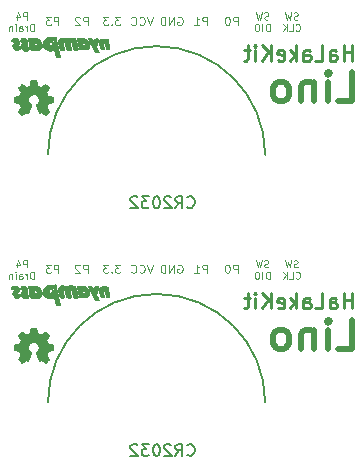
<source format=gbo>
G04 #@! TF.FileFunction,Legend,Bot*
%FSLAX46Y46*%
G04 Gerber Fmt 4.6, Leading zero omitted, Abs format (unit mm)*
G04 Created by KiCad (PCBNEW 4.0.2+dfsg1-stable) date 2017年01月10日 18時20分23秒*
%MOMM*%
G01*
G04 APERTURE LIST*
%ADD10C,0.100000*%
%ADD11C,0.125000*%
%ADD12C,0.250000*%
%ADD13C,0.150000*%
%ADD14C,0.500000*%
%ADD15C,0.010000*%
%ADD16O,6.400000X6.400000*%
%ADD17R,2.900000X5.500000*%
%ADD18O,2.100000X2.432000*%
%ADD19O,2.127200X2.432000*%
G04 APERTURE END LIST*
D10*
D11*
X166211185Y-75414257D02*
X166125471Y-75442829D01*
X165982614Y-75442829D01*
X165925471Y-75414257D01*
X165896900Y-75385686D01*
X165868328Y-75328543D01*
X165868328Y-75271400D01*
X165896900Y-75214257D01*
X165925471Y-75185686D01*
X165982614Y-75157114D01*
X166096900Y-75128543D01*
X166154042Y-75099971D01*
X166182614Y-75071400D01*
X166211185Y-75014257D01*
X166211185Y-74957114D01*
X166182614Y-74899971D01*
X166154042Y-74871400D01*
X166096900Y-74842829D01*
X165954042Y-74842829D01*
X165868328Y-74871400D01*
X165668328Y-74842829D02*
X165525471Y-75442829D01*
X165411185Y-75014257D01*
X165296899Y-75442829D01*
X165154042Y-74842829D01*
X166311185Y-76407829D02*
X166311185Y-75807829D01*
X166168328Y-75807829D01*
X166082613Y-75836400D01*
X166025471Y-75893543D01*
X165996899Y-75950686D01*
X165968328Y-76064971D01*
X165968328Y-76150686D01*
X165996899Y-76264971D01*
X166025471Y-76322114D01*
X166082613Y-76379257D01*
X166168328Y-76407829D01*
X166311185Y-76407829D01*
X165711185Y-76407829D02*
X165711185Y-75807829D01*
X165311185Y-75807829D02*
X165196899Y-75807829D01*
X165139757Y-75836400D01*
X165082614Y-75893543D01*
X165054042Y-76007829D01*
X165054042Y-76207829D01*
X165082614Y-76322114D01*
X165139757Y-76379257D01*
X165196899Y-76407829D01*
X165311185Y-76407829D01*
X165368328Y-76379257D01*
X165425471Y-76322114D01*
X165454042Y-76207829D01*
X165454042Y-76007829D01*
X165425471Y-75893543D01*
X165368328Y-75836400D01*
X165311185Y-75807829D01*
X168687685Y-75414257D02*
X168601971Y-75442829D01*
X168459114Y-75442829D01*
X168401971Y-75414257D01*
X168373400Y-75385686D01*
X168344828Y-75328543D01*
X168344828Y-75271400D01*
X168373400Y-75214257D01*
X168401971Y-75185686D01*
X168459114Y-75157114D01*
X168573400Y-75128543D01*
X168630542Y-75099971D01*
X168659114Y-75071400D01*
X168687685Y-75014257D01*
X168687685Y-74957114D01*
X168659114Y-74899971D01*
X168630542Y-74871400D01*
X168573400Y-74842829D01*
X168430542Y-74842829D01*
X168344828Y-74871400D01*
X168144828Y-74842829D02*
X168001971Y-75442829D01*
X167887685Y-75014257D01*
X167773399Y-75442829D01*
X167630542Y-74842829D01*
X168530543Y-76350686D02*
X168559114Y-76379257D01*
X168644828Y-76407829D01*
X168701971Y-76407829D01*
X168787686Y-76379257D01*
X168844828Y-76322114D01*
X168873400Y-76264971D01*
X168901971Y-76150686D01*
X168901971Y-76064971D01*
X168873400Y-75950686D01*
X168844828Y-75893543D01*
X168787686Y-75836400D01*
X168701971Y-75807829D01*
X168644828Y-75807829D01*
X168559114Y-75836400D01*
X168530543Y-75864971D01*
X167987686Y-76407829D02*
X168273400Y-76407829D01*
X168273400Y-75807829D01*
X167787686Y-76407829D02*
X167787686Y-75807829D01*
X167444829Y-76407829D02*
X167701972Y-76064971D01*
X167444829Y-75807829D02*
X167787686Y-76150686D01*
X156406733Y-75207067D02*
X156173400Y-75907067D01*
X155940067Y-75207067D01*
X155306733Y-75840400D02*
X155340067Y-75873733D01*
X155440067Y-75907067D01*
X155506733Y-75907067D01*
X155606733Y-75873733D01*
X155673400Y-75807067D01*
X155706733Y-75740400D01*
X155740067Y-75607067D01*
X155740067Y-75507067D01*
X155706733Y-75373733D01*
X155673400Y-75307067D01*
X155606733Y-75240400D01*
X155506733Y-75207067D01*
X155440067Y-75207067D01*
X155340067Y-75240400D01*
X155306733Y-75273733D01*
X154606733Y-75840400D02*
X154640067Y-75873733D01*
X154740067Y-75907067D01*
X154806733Y-75907067D01*
X154906733Y-75873733D01*
X154973400Y-75807067D01*
X155006733Y-75740400D01*
X155040067Y-75607067D01*
X155040067Y-75507067D01*
X155006733Y-75373733D01*
X154973400Y-75307067D01*
X154906733Y-75240400D01*
X154806733Y-75207067D01*
X154740067Y-75207067D01*
X154640067Y-75240400D01*
X154606733Y-75273733D01*
X158546733Y-75240400D02*
X158613399Y-75207067D01*
X158713399Y-75207067D01*
X158813399Y-75240400D01*
X158880066Y-75307067D01*
X158913399Y-75373733D01*
X158946733Y-75507067D01*
X158946733Y-75607067D01*
X158913399Y-75740400D01*
X158880066Y-75807067D01*
X158813399Y-75873733D01*
X158713399Y-75907067D01*
X158646733Y-75907067D01*
X158546733Y-75873733D01*
X158513399Y-75840400D01*
X158513399Y-75607067D01*
X158646733Y-75607067D01*
X158213399Y-75907067D02*
X158213399Y-75207067D01*
X157813399Y-75907067D01*
X157813399Y-75207067D01*
X157480066Y-75907067D02*
X157480066Y-75207067D01*
X157313400Y-75207067D01*
X157213400Y-75240400D01*
X157146733Y-75307067D01*
X157113400Y-75373733D01*
X157080066Y-75507067D01*
X157080066Y-75607067D01*
X157113400Y-75740400D01*
X157146733Y-75807067D01*
X157213400Y-75873733D01*
X157313400Y-75907067D01*
X157480066Y-75907067D01*
D12*
X173324876Y-78908995D02*
X173324876Y-77608995D01*
X173324876Y-78228043D02*
X172582019Y-78228043D01*
X172582019Y-78908995D02*
X172582019Y-77608995D01*
X171405828Y-78908995D02*
X171405828Y-78228043D01*
X171467733Y-78104233D01*
X171591543Y-78042329D01*
X171839162Y-78042329D01*
X171962971Y-78104233D01*
X171405828Y-78847090D02*
X171529638Y-78908995D01*
X171839162Y-78908995D01*
X171962971Y-78847090D01*
X172024876Y-78723281D01*
X172024876Y-78599471D01*
X171962971Y-78475662D01*
X171839162Y-78413757D01*
X171529638Y-78413757D01*
X171405828Y-78351852D01*
X170167734Y-78908995D02*
X170786781Y-78908995D01*
X170786781Y-77608995D01*
X169177257Y-78908995D02*
X169177257Y-78228043D01*
X169239162Y-78104233D01*
X169362972Y-78042329D01*
X169610591Y-78042329D01*
X169734400Y-78104233D01*
X169177257Y-78847090D02*
X169301067Y-78908995D01*
X169610591Y-78908995D01*
X169734400Y-78847090D01*
X169796305Y-78723281D01*
X169796305Y-78599471D01*
X169734400Y-78475662D01*
X169610591Y-78413757D01*
X169301067Y-78413757D01*
X169177257Y-78351852D01*
X168558210Y-78908995D02*
X168558210Y-77608995D01*
X168434401Y-78413757D02*
X168062972Y-78908995D01*
X168062972Y-78042329D02*
X168558210Y-78537567D01*
X167010591Y-78847090D02*
X167134401Y-78908995D01*
X167382020Y-78908995D01*
X167505829Y-78847090D01*
X167567734Y-78723281D01*
X167567734Y-78228043D01*
X167505829Y-78104233D01*
X167382020Y-78042329D01*
X167134401Y-78042329D01*
X167010591Y-78104233D01*
X166948686Y-78228043D01*
X166948686Y-78351852D01*
X167567734Y-78475662D01*
X166391543Y-78908995D02*
X166391543Y-77608995D01*
X165648686Y-78908995D02*
X166205829Y-78166138D01*
X165648686Y-77608995D02*
X166391543Y-78351852D01*
X165091543Y-78908995D02*
X165091543Y-78042329D01*
X165091543Y-77608995D02*
X165153448Y-77670900D01*
X165091543Y-77732805D01*
X165029638Y-77670900D01*
X165091543Y-77608995D01*
X165091543Y-77732805D01*
X164658209Y-78042329D02*
X164162971Y-78042329D01*
X164472495Y-77608995D02*
X164472495Y-78723281D01*
X164410590Y-78847090D01*
X164286781Y-78908995D01*
X164162971Y-78908995D01*
D13*
X159346638Y-91314543D02*
X159394257Y-91362162D01*
X159537114Y-91409781D01*
X159632352Y-91409781D01*
X159775210Y-91362162D01*
X159870448Y-91266924D01*
X159918067Y-91171686D01*
X159965686Y-90981210D01*
X159965686Y-90838352D01*
X159918067Y-90647876D01*
X159870448Y-90552638D01*
X159775210Y-90457400D01*
X159632352Y-90409781D01*
X159537114Y-90409781D01*
X159394257Y-90457400D01*
X159346638Y-90505019D01*
X158346638Y-91409781D02*
X158679972Y-90933590D01*
X158918067Y-91409781D02*
X158918067Y-90409781D01*
X158537114Y-90409781D01*
X158441876Y-90457400D01*
X158394257Y-90505019D01*
X158346638Y-90600257D01*
X158346638Y-90743114D01*
X158394257Y-90838352D01*
X158441876Y-90885971D01*
X158537114Y-90933590D01*
X158918067Y-90933590D01*
X157965686Y-90505019D02*
X157918067Y-90457400D01*
X157822829Y-90409781D01*
X157584733Y-90409781D01*
X157489495Y-90457400D01*
X157441876Y-90505019D01*
X157394257Y-90600257D01*
X157394257Y-90695495D01*
X157441876Y-90838352D01*
X158013305Y-91409781D01*
X157394257Y-91409781D01*
X156775210Y-90409781D02*
X156679971Y-90409781D01*
X156584733Y-90457400D01*
X156537114Y-90505019D01*
X156489495Y-90600257D01*
X156441876Y-90790733D01*
X156441876Y-91028829D01*
X156489495Y-91219305D01*
X156537114Y-91314543D01*
X156584733Y-91362162D01*
X156679971Y-91409781D01*
X156775210Y-91409781D01*
X156870448Y-91362162D01*
X156918067Y-91314543D01*
X156965686Y-91219305D01*
X157013305Y-91028829D01*
X157013305Y-90790733D01*
X156965686Y-90600257D01*
X156918067Y-90505019D01*
X156870448Y-90457400D01*
X156775210Y-90409781D01*
X156108543Y-90409781D02*
X155489495Y-90409781D01*
X155822829Y-90790733D01*
X155679971Y-90790733D01*
X155584733Y-90838352D01*
X155537114Y-90885971D01*
X155489495Y-90981210D01*
X155489495Y-91219305D01*
X155537114Y-91314543D01*
X155584733Y-91362162D01*
X155679971Y-91409781D01*
X155965686Y-91409781D01*
X156060924Y-91362162D01*
X156108543Y-91314543D01*
X155108543Y-90505019D02*
X155060924Y-90457400D01*
X154965686Y-90409781D01*
X154727590Y-90409781D01*
X154632352Y-90457400D01*
X154584733Y-90505019D01*
X154537114Y-90600257D01*
X154537114Y-90695495D01*
X154584733Y-90838352D01*
X155156162Y-91409781D01*
X154537114Y-91409781D01*
D11*
X163610066Y-75907067D02*
X163610066Y-75207067D01*
X163343400Y-75207067D01*
X163276733Y-75240400D01*
X163243400Y-75273733D01*
X163210066Y-75340400D01*
X163210066Y-75440400D01*
X163243400Y-75507067D01*
X163276733Y-75540400D01*
X163343400Y-75573733D01*
X163610066Y-75573733D01*
X162776733Y-75207067D02*
X162710066Y-75207067D01*
X162643400Y-75240400D01*
X162610066Y-75273733D01*
X162576733Y-75340400D01*
X162543400Y-75473733D01*
X162543400Y-75640400D01*
X162576733Y-75773733D01*
X162610066Y-75840400D01*
X162643400Y-75873733D01*
X162710066Y-75907067D01*
X162776733Y-75907067D01*
X162843400Y-75873733D01*
X162876733Y-75840400D01*
X162910066Y-75773733D01*
X162943400Y-75640400D01*
X162943400Y-75473733D01*
X162910066Y-75340400D01*
X162876733Y-75273733D01*
X162843400Y-75240400D01*
X162776733Y-75207067D01*
X150910066Y-75907067D02*
X150910066Y-75207067D01*
X150643400Y-75207067D01*
X150576733Y-75240400D01*
X150543400Y-75273733D01*
X150510066Y-75340400D01*
X150510066Y-75440400D01*
X150543400Y-75507067D01*
X150576733Y-75540400D01*
X150643400Y-75573733D01*
X150910066Y-75573733D01*
X150243400Y-75273733D02*
X150210066Y-75240400D01*
X150143400Y-75207067D01*
X149976733Y-75207067D01*
X149910066Y-75240400D01*
X149876733Y-75273733D01*
X149843400Y-75340400D01*
X149843400Y-75407067D01*
X149876733Y-75507067D01*
X150276733Y-75907067D01*
X149843400Y-75907067D01*
D14*
X172102686Y-82372852D02*
X173293162Y-82372852D01*
X173293162Y-79872852D01*
X171269352Y-82372852D02*
X171269352Y-80706186D01*
X171269352Y-79872852D02*
X171388400Y-79991900D01*
X171269352Y-80110948D01*
X171150304Y-79991900D01*
X171269352Y-79872852D01*
X171269352Y-80110948D01*
X170078876Y-80706186D02*
X170078876Y-82372852D01*
X170078876Y-80944281D02*
X169959828Y-80825233D01*
X169721733Y-80706186D01*
X169364590Y-80706186D01*
X169126495Y-80825233D01*
X169007447Y-81063329D01*
X169007447Y-82372852D01*
X167459828Y-82372852D02*
X167697923Y-82253805D01*
X167816971Y-82134757D01*
X167936019Y-81896662D01*
X167936019Y-81182376D01*
X167816971Y-80944281D01*
X167697923Y-80825233D01*
X167459828Y-80706186D01*
X167102685Y-80706186D01*
X166864590Y-80825233D01*
X166745542Y-80944281D01*
X166626495Y-81182376D01*
X166626495Y-81896662D01*
X166745542Y-82134757D01*
X166864590Y-82253805D01*
X167102685Y-82372852D01*
X167459828Y-82372852D01*
D11*
X161006566Y-75907067D02*
X161006566Y-75207067D01*
X160739900Y-75207067D01*
X160673233Y-75240400D01*
X160639900Y-75273733D01*
X160606566Y-75340400D01*
X160606566Y-75440400D01*
X160639900Y-75507067D01*
X160673233Y-75540400D01*
X160739900Y-75573733D01*
X161006566Y-75573733D01*
X159939900Y-75907067D02*
X160339900Y-75907067D01*
X160139900Y-75907067D02*
X160139900Y-75207067D01*
X160206566Y-75307067D01*
X160273233Y-75373733D01*
X160339900Y-75407067D01*
X145756257Y-75442829D02*
X145756257Y-74842829D01*
X145527685Y-74842829D01*
X145470543Y-74871400D01*
X145441971Y-74899971D01*
X145413400Y-74957114D01*
X145413400Y-75042829D01*
X145441971Y-75099971D01*
X145470543Y-75128543D01*
X145527685Y-75157114D01*
X145756257Y-75157114D01*
X144899114Y-75042829D02*
X144899114Y-75442829D01*
X145041971Y-74814257D02*
X145184828Y-75242829D01*
X144813400Y-75242829D01*
X146341971Y-76407829D02*
X146341971Y-75807829D01*
X146199114Y-75807829D01*
X146113399Y-75836400D01*
X146056257Y-75893543D01*
X146027685Y-75950686D01*
X145999114Y-76064971D01*
X145999114Y-76150686D01*
X146027685Y-76264971D01*
X146056257Y-76322114D01*
X146113399Y-76379257D01*
X146199114Y-76407829D01*
X146341971Y-76407829D01*
X145741971Y-76407829D02*
X145741971Y-76007829D01*
X145741971Y-76122114D02*
X145713399Y-76064971D01*
X145684828Y-76036400D01*
X145627685Y-76007829D01*
X145570542Y-76007829D01*
X145113399Y-76407829D02*
X145113399Y-76093543D01*
X145141970Y-76036400D01*
X145199113Y-76007829D01*
X145313399Y-76007829D01*
X145370542Y-76036400D01*
X145113399Y-76379257D02*
X145170542Y-76407829D01*
X145313399Y-76407829D01*
X145370542Y-76379257D01*
X145399113Y-76322114D01*
X145399113Y-76264971D01*
X145370542Y-76207829D01*
X145313399Y-76179257D01*
X145170542Y-76179257D01*
X145113399Y-76150686D01*
X144827685Y-76407829D02*
X144827685Y-76007829D01*
X144827685Y-75807829D02*
X144856256Y-75836400D01*
X144827685Y-75864971D01*
X144799113Y-75836400D01*
X144827685Y-75807829D01*
X144827685Y-75864971D01*
X144541971Y-76007829D02*
X144541971Y-76407829D01*
X144541971Y-76064971D02*
X144513399Y-76036400D01*
X144456257Y-76007829D01*
X144370542Y-76007829D01*
X144313399Y-76036400D01*
X144284828Y-76093543D01*
X144284828Y-76407829D01*
X148433566Y-75907067D02*
X148433566Y-75207067D01*
X148166900Y-75207067D01*
X148100233Y-75240400D01*
X148066900Y-75273733D01*
X148033566Y-75340400D01*
X148033566Y-75440400D01*
X148066900Y-75507067D01*
X148100233Y-75540400D01*
X148166900Y-75573733D01*
X148433566Y-75573733D01*
X147800233Y-75207067D02*
X147366900Y-75207067D01*
X147600233Y-75473733D01*
X147500233Y-75473733D01*
X147433566Y-75507067D01*
X147400233Y-75540400D01*
X147366900Y-75607067D01*
X147366900Y-75773733D01*
X147400233Y-75840400D01*
X147433566Y-75873733D01*
X147500233Y-75907067D01*
X147700233Y-75907067D01*
X147766900Y-75873733D01*
X147800233Y-75840400D01*
X153666733Y-75207067D02*
X153233400Y-75207067D01*
X153466733Y-75473733D01*
X153366733Y-75473733D01*
X153300066Y-75507067D01*
X153266733Y-75540400D01*
X153233400Y-75607067D01*
X153233400Y-75773733D01*
X153266733Y-75840400D01*
X153300066Y-75873733D01*
X153366733Y-75907067D01*
X153566733Y-75907067D01*
X153633400Y-75873733D01*
X153666733Y-75840400D01*
X152933399Y-75840400D02*
X152900066Y-75873733D01*
X152933399Y-75907067D01*
X152966733Y-75873733D01*
X152933399Y-75840400D01*
X152933399Y-75907067D01*
X152666733Y-75207067D02*
X152233400Y-75207067D01*
X152466733Y-75473733D01*
X152366733Y-75473733D01*
X152300066Y-75507067D01*
X152266733Y-75540400D01*
X152233400Y-75607067D01*
X152233400Y-75773733D01*
X152266733Y-75840400D01*
X152300066Y-75873733D01*
X152366733Y-75907067D01*
X152566733Y-75907067D01*
X152633400Y-75873733D01*
X152666733Y-75840400D01*
X153666733Y-96187467D02*
X153233400Y-96187467D01*
X153466733Y-96454133D01*
X153366733Y-96454133D01*
X153300066Y-96487467D01*
X153266733Y-96520800D01*
X153233400Y-96587467D01*
X153233400Y-96754133D01*
X153266733Y-96820800D01*
X153300066Y-96854133D01*
X153366733Y-96887467D01*
X153566733Y-96887467D01*
X153633400Y-96854133D01*
X153666733Y-96820800D01*
X152933399Y-96820800D02*
X152900066Y-96854133D01*
X152933399Y-96887467D01*
X152966733Y-96854133D01*
X152933399Y-96820800D01*
X152933399Y-96887467D01*
X152666733Y-96187467D02*
X152233400Y-96187467D01*
X152466733Y-96454133D01*
X152366733Y-96454133D01*
X152300066Y-96487467D01*
X152266733Y-96520800D01*
X152233400Y-96587467D01*
X152233400Y-96754133D01*
X152266733Y-96820800D01*
X152300066Y-96854133D01*
X152366733Y-96887467D01*
X152566733Y-96887467D01*
X152633400Y-96854133D01*
X152666733Y-96820800D01*
X148433566Y-96887467D02*
X148433566Y-96187467D01*
X148166900Y-96187467D01*
X148100233Y-96220800D01*
X148066900Y-96254133D01*
X148033566Y-96320800D01*
X148033566Y-96420800D01*
X148066900Y-96487467D01*
X148100233Y-96520800D01*
X148166900Y-96554133D01*
X148433566Y-96554133D01*
X147800233Y-96187467D02*
X147366900Y-96187467D01*
X147600233Y-96454133D01*
X147500233Y-96454133D01*
X147433566Y-96487467D01*
X147400233Y-96520800D01*
X147366900Y-96587467D01*
X147366900Y-96754133D01*
X147400233Y-96820800D01*
X147433566Y-96854133D01*
X147500233Y-96887467D01*
X147700233Y-96887467D01*
X147766900Y-96854133D01*
X147800233Y-96820800D01*
X145756257Y-96423229D02*
X145756257Y-95823229D01*
X145527685Y-95823229D01*
X145470543Y-95851800D01*
X145441971Y-95880371D01*
X145413400Y-95937514D01*
X145413400Y-96023229D01*
X145441971Y-96080371D01*
X145470543Y-96108943D01*
X145527685Y-96137514D01*
X145756257Y-96137514D01*
X144899114Y-96023229D02*
X144899114Y-96423229D01*
X145041971Y-95794657D02*
X145184828Y-96223229D01*
X144813400Y-96223229D01*
X146341971Y-97388229D02*
X146341971Y-96788229D01*
X146199114Y-96788229D01*
X146113399Y-96816800D01*
X146056257Y-96873943D01*
X146027685Y-96931086D01*
X145999114Y-97045371D01*
X145999114Y-97131086D01*
X146027685Y-97245371D01*
X146056257Y-97302514D01*
X146113399Y-97359657D01*
X146199114Y-97388229D01*
X146341971Y-97388229D01*
X145741971Y-97388229D02*
X145741971Y-96988229D01*
X145741971Y-97102514D02*
X145713399Y-97045371D01*
X145684828Y-97016800D01*
X145627685Y-96988229D01*
X145570542Y-96988229D01*
X145113399Y-97388229D02*
X145113399Y-97073943D01*
X145141970Y-97016800D01*
X145199113Y-96988229D01*
X145313399Y-96988229D01*
X145370542Y-97016800D01*
X145113399Y-97359657D02*
X145170542Y-97388229D01*
X145313399Y-97388229D01*
X145370542Y-97359657D01*
X145399113Y-97302514D01*
X145399113Y-97245371D01*
X145370542Y-97188229D01*
X145313399Y-97159657D01*
X145170542Y-97159657D01*
X145113399Y-97131086D01*
X144827685Y-97388229D02*
X144827685Y-96988229D01*
X144827685Y-96788229D02*
X144856256Y-96816800D01*
X144827685Y-96845371D01*
X144799113Y-96816800D01*
X144827685Y-96788229D01*
X144827685Y-96845371D01*
X144541971Y-96988229D02*
X144541971Y-97388229D01*
X144541971Y-97045371D02*
X144513399Y-97016800D01*
X144456257Y-96988229D01*
X144370542Y-96988229D01*
X144313399Y-97016800D01*
X144284828Y-97073943D01*
X144284828Y-97388229D01*
X161006566Y-96887467D02*
X161006566Y-96187467D01*
X160739900Y-96187467D01*
X160673233Y-96220800D01*
X160639900Y-96254133D01*
X160606566Y-96320800D01*
X160606566Y-96420800D01*
X160639900Y-96487467D01*
X160673233Y-96520800D01*
X160739900Y-96554133D01*
X161006566Y-96554133D01*
X159939900Y-96887467D02*
X160339900Y-96887467D01*
X160139900Y-96887467D02*
X160139900Y-96187467D01*
X160206566Y-96287467D01*
X160273233Y-96354133D01*
X160339900Y-96387467D01*
D14*
X172102686Y-103353252D02*
X173293162Y-103353252D01*
X173293162Y-100853252D01*
X171269352Y-103353252D02*
X171269352Y-101686586D01*
X171269352Y-100853252D02*
X171388400Y-100972300D01*
X171269352Y-101091348D01*
X171150304Y-100972300D01*
X171269352Y-100853252D01*
X171269352Y-101091348D01*
X170078876Y-101686586D02*
X170078876Y-103353252D01*
X170078876Y-101924681D02*
X169959828Y-101805633D01*
X169721733Y-101686586D01*
X169364590Y-101686586D01*
X169126495Y-101805633D01*
X169007447Y-102043729D01*
X169007447Y-103353252D01*
X167459828Y-103353252D02*
X167697923Y-103234205D01*
X167816971Y-103115157D01*
X167936019Y-102877062D01*
X167936019Y-102162776D01*
X167816971Y-101924681D01*
X167697923Y-101805633D01*
X167459828Y-101686586D01*
X167102685Y-101686586D01*
X166864590Y-101805633D01*
X166745542Y-101924681D01*
X166626495Y-102162776D01*
X166626495Y-102877062D01*
X166745542Y-103115157D01*
X166864590Y-103234205D01*
X167102685Y-103353252D01*
X167459828Y-103353252D01*
D11*
X150910066Y-96887467D02*
X150910066Y-96187467D01*
X150643400Y-96187467D01*
X150576733Y-96220800D01*
X150543400Y-96254133D01*
X150510066Y-96320800D01*
X150510066Y-96420800D01*
X150543400Y-96487467D01*
X150576733Y-96520800D01*
X150643400Y-96554133D01*
X150910066Y-96554133D01*
X150243400Y-96254133D02*
X150210066Y-96220800D01*
X150143400Y-96187467D01*
X149976733Y-96187467D01*
X149910066Y-96220800D01*
X149876733Y-96254133D01*
X149843400Y-96320800D01*
X149843400Y-96387467D01*
X149876733Y-96487467D01*
X150276733Y-96887467D01*
X149843400Y-96887467D01*
X163610066Y-96887467D02*
X163610066Y-96187467D01*
X163343400Y-96187467D01*
X163276733Y-96220800D01*
X163243400Y-96254133D01*
X163210066Y-96320800D01*
X163210066Y-96420800D01*
X163243400Y-96487467D01*
X163276733Y-96520800D01*
X163343400Y-96554133D01*
X163610066Y-96554133D01*
X162776733Y-96187467D02*
X162710066Y-96187467D01*
X162643400Y-96220800D01*
X162610066Y-96254133D01*
X162576733Y-96320800D01*
X162543400Y-96454133D01*
X162543400Y-96620800D01*
X162576733Y-96754133D01*
X162610066Y-96820800D01*
X162643400Y-96854133D01*
X162710066Y-96887467D01*
X162776733Y-96887467D01*
X162843400Y-96854133D01*
X162876733Y-96820800D01*
X162910066Y-96754133D01*
X162943400Y-96620800D01*
X162943400Y-96454133D01*
X162910066Y-96320800D01*
X162876733Y-96254133D01*
X162843400Y-96220800D01*
X162776733Y-96187467D01*
D13*
X159346638Y-112294943D02*
X159394257Y-112342562D01*
X159537114Y-112390181D01*
X159632352Y-112390181D01*
X159775210Y-112342562D01*
X159870448Y-112247324D01*
X159918067Y-112152086D01*
X159965686Y-111961610D01*
X159965686Y-111818752D01*
X159918067Y-111628276D01*
X159870448Y-111533038D01*
X159775210Y-111437800D01*
X159632352Y-111390181D01*
X159537114Y-111390181D01*
X159394257Y-111437800D01*
X159346638Y-111485419D01*
X158346638Y-112390181D02*
X158679972Y-111913990D01*
X158918067Y-112390181D02*
X158918067Y-111390181D01*
X158537114Y-111390181D01*
X158441876Y-111437800D01*
X158394257Y-111485419D01*
X158346638Y-111580657D01*
X158346638Y-111723514D01*
X158394257Y-111818752D01*
X158441876Y-111866371D01*
X158537114Y-111913990D01*
X158918067Y-111913990D01*
X157965686Y-111485419D02*
X157918067Y-111437800D01*
X157822829Y-111390181D01*
X157584733Y-111390181D01*
X157489495Y-111437800D01*
X157441876Y-111485419D01*
X157394257Y-111580657D01*
X157394257Y-111675895D01*
X157441876Y-111818752D01*
X158013305Y-112390181D01*
X157394257Y-112390181D01*
X156775210Y-111390181D02*
X156679971Y-111390181D01*
X156584733Y-111437800D01*
X156537114Y-111485419D01*
X156489495Y-111580657D01*
X156441876Y-111771133D01*
X156441876Y-112009229D01*
X156489495Y-112199705D01*
X156537114Y-112294943D01*
X156584733Y-112342562D01*
X156679971Y-112390181D01*
X156775210Y-112390181D01*
X156870448Y-112342562D01*
X156918067Y-112294943D01*
X156965686Y-112199705D01*
X157013305Y-112009229D01*
X157013305Y-111771133D01*
X156965686Y-111580657D01*
X156918067Y-111485419D01*
X156870448Y-111437800D01*
X156775210Y-111390181D01*
X156108543Y-111390181D02*
X155489495Y-111390181D01*
X155822829Y-111771133D01*
X155679971Y-111771133D01*
X155584733Y-111818752D01*
X155537114Y-111866371D01*
X155489495Y-111961610D01*
X155489495Y-112199705D01*
X155537114Y-112294943D01*
X155584733Y-112342562D01*
X155679971Y-112390181D01*
X155965686Y-112390181D01*
X156060924Y-112342562D01*
X156108543Y-112294943D01*
X155108543Y-111485419D02*
X155060924Y-111437800D01*
X154965686Y-111390181D01*
X154727590Y-111390181D01*
X154632352Y-111437800D01*
X154584733Y-111485419D01*
X154537114Y-111580657D01*
X154537114Y-111675895D01*
X154584733Y-111818752D01*
X155156162Y-112390181D01*
X154537114Y-112390181D01*
D12*
X173324876Y-99889395D02*
X173324876Y-98589395D01*
X173324876Y-99208443D02*
X172582019Y-99208443D01*
X172582019Y-99889395D02*
X172582019Y-98589395D01*
X171405828Y-99889395D02*
X171405828Y-99208443D01*
X171467733Y-99084633D01*
X171591543Y-99022729D01*
X171839162Y-99022729D01*
X171962971Y-99084633D01*
X171405828Y-99827490D02*
X171529638Y-99889395D01*
X171839162Y-99889395D01*
X171962971Y-99827490D01*
X172024876Y-99703681D01*
X172024876Y-99579871D01*
X171962971Y-99456062D01*
X171839162Y-99394157D01*
X171529638Y-99394157D01*
X171405828Y-99332252D01*
X170167734Y-99889395D02*
X170786781Y-99889395D01*
X170786781Y-98589395D01*
X169177257Y-99889395D02*
X169177257Y-99208443D01*
X169239162Y-99084633D01*
X169362972Y-99022729D01*
X169610591Y-99022729D01*
X169734400Y-99084633D01*
X169177257Y-99827490D02*
X169301067Y-99889395D01*
X169610591Y-99889395D01*
X169734400Y-99827490D01*
X169796305Y-99703681D01*
X169796305Y-99579871D01*
X169734400Y-99456062D01*
X169610591Y-99394157D01*
X169301067Y-99394157D01*
X169177257Y-99332252D01*
X168558210Y-99889395D02*
X168558210Y-98589395D01*
X168434401Y-99394157D02*
X168062972Y-99889395D01*
X168062972Y-99022729D02*
X168558210Y-99517967D01*
X167010591Y-99827490D02*
X167134401Y-99889395D01*
X167382020Y-99889395D01*
X167505829Y-99827490D01*
X167567734Y-99703681D01*
X167567734Y-99208443D01*
X167505829Y-99084633D01*
X167382020Y-99022729D01*
X167134401Y-99022729D01*
X167010591Y-99084633D01*
X166948686Y-99208443D01*
X166948686Y-99332252D01*
X167567734Y-99456062D01*
X166391543Y-99889395D02*
X166391543Y-98589395D01*
X165648686Y-99889395D02*
X166205829Y-99146538D01*
X165648686Y-98589395D02*
X166391543Y-99332252D01*
X165091543Y-99889395D02*
X165091543Y-99022729D01*
X165091543Y-98589395D02*
X165153448Y-98651300D01*
X165091543Y-98713205D01*
X165029638Y-98651300D01*
X165091543Y-98589395D01*
X165091543Y-98713205D01*
X164658209Y-99022729D02*
X164162971Y-99022729D01*
X164472495Y-98589395D02*
X164472495Y-99703681D01*
X164410590Y-99827490D01*
X164286781Y-99889395D01*
X164162971Y-99889395D01*
D11*
X158546733Y-96220800D02*
X158613399Y-96187467D01*
X158713399Y-96187467D01*
X158813399Y-96220800D01*
X158880066Y-96287467D01*
X158913399Y-96354133D01*
X158946733Y-96487467D01*
X158946733Y-96587467D01*
X158913399Y-96720800D01*
X158880066Y-96787467D01*
X158813399Y-96854133D01*
X158713399Y-96887467D01*
X158646733Y-96887467D01*
X158546733Y-96854133D01*
X158513399Y-96820800D01*
X158513399Y-96587467D01*
X158646733Y-96587467D01*
X158213399Y-96887467D02*
X158213399Y-96187467D01*
X157813399Y-96887467D01*
X157813399Y-96187467D01*
X157480066Y-96887467D02*
X157480066Y-96187467D01*
X157313400Y-96187467D01*
X157213400Y-96220800D01*
X157146733Y-96287467D01*
X157113400Y-96354133D01*
X157080066Y-96487467D01*
X157080066Y-96587467D01*
X157113400Y-96720800D01*
X157146733Y-96787467D01*
X157213400Y-96854133D01*
X157313400Y-96887467D01*
X157480066Y-96887467D01*
X156406733Y-96187467D02*
X156173400Y-96887467D01*
X155940067Y-96187467D01*
X155306733Y-96820800D02*
X155340067Y-96854133D01*
X155440067Y-96887467D01*
X155506733Y-96887467D01*
X155606733Y-96854133D01*
X155673400Y-96787467D01*
X155706733Y-96720800D01*
X155740067Y-96587467D01*
X155740067Y-96487467D01*
X155706733Y-96354133D01*
X155673400Y-96287467D01*
X155606733Y-96220800D01*
X155506733Y-96187467D01*
X155440067Y-96187467D01*
X155340067Y-96220800D01*
X155306733Y-96254133D01*
X154606733Y-96820800D02*
X154640067Y-96854133D01*
X154740067Y-96887467D01*
X154806733Y-96887467D01*
X154906733Y-96854133D01*
X154973400Y-96787467D01*
X155006733Y-96720800D01*
X155040067Y-96587467D01*
X155040067Y-96487467D01*
X155006733Y-96354133D01*
X154973400Y-96287467D01*
X154906733Y-96220800D01*
X154806733Y-96187467D01*
X154740067Y-96187467D01*
X154640067Y-96220800D01*
X154606733Y-96254133D01*
X168687685Y-96394657D02*
X168601971Y-96423229D01*
X168459114Y-96423229D01*
X168401971Y-96394657D01*
X168373400Y-96366086D01*
X168344828Y-96308943D01*
X168344828Y-96251800D01*
X168373400Y-96194657D01*
X168401971Y-96166086D01*
X168459114Y-96137514D01*
X168573400Y-96108943D01*
X168630542Y-96080371D01*
X168659114Y-96051800D01*
X168687685Y-95994657D01*
X168687685Y-95937514D01*
X168659114Y-95880371D01*
X168630542Y-95851800D01*
X168573400Y-95823229D01*
X168430542Y-95823229D01*
X168344828Y-95851800D01*
X168144828Y-95823229D02*
X168001971Y-96423229D01*
X167887685Y-95994657D01*
X167773399Y-96423229D01*
X167630542Y-95823229D01*
X168530543Y-97331086D02*
X168559114Y-97359657D01*
X168644828Y-97388229D01*
X168701971Y-97388229D01*
X168787686Y-97359657D01*
X168844828Y-97302514D01*
X168873400Y-97245371D01*
X168901971Y-97131086D01*
X168901971Y-97045371D01*
X168873400Y-96931086D01*
X168844828Y-96873943D01*
X168787686Y-96816800D01*
X168701971Y-96788229D01*
X168644828Y-96788229D01*
X168559114Y-96816800D01*
X168530543Y-96845371D01*
X167987686Y-97388229D02*
X168273400Y-97388229D01*
X168273400Y-96788229D01*
X167787686Y-97388229D02*
X167787686Y-96788229D01*
X167444829Y-97388229D02*
X167701972Y-97045371D01*
X167444829Y-96788229D02*
X167787686Y-97131086D01*
X166211185Y-96394657D02*
X166125471Y-96423229D01*
X165982614Y-96423229D01*
X165925471Y-96394657D01*
X165896900Y-96366086D01*
X165868328Y-96308943D01*
X165868328Y-96251800D01*
X165896900Y-96194657D01*
X165925471Y-96166086D01*
X165982614Y-96137514D01*
X166096900Y-96108943D01*
X166154042Y-96080371D01*
X166182614Y-96051800D01*
X166211185Y-95994657D01*
X166211185Y-95937514D01*
X166182614Y-95880371D01*
X166154042Y-95851800D01*
X166096900Y-95823229D01*
X165954042Y-95823229D01*
X165868328Y-95851800D01*
X165668328Y-95823229D02*
X165525471Y-96423229D01*
X165411185Y-95994657D01*
X165296899Y-96423229D01*
X165154042Y-95823229D01*
X166311185Y-97388229D02*
X166311185Y-96788229D01*
X166168328Y-96788229D01*
X166082613Y-96816800D01*
X166025471Y-96873943D01*
X165996899Y-96931086D01*
X165968328Y-97045371D01*
X165968328Y-97131086D01*
X165996899Y-97245371D01*
X166025471Y-97302514D01*
X166082613Y-97359657D01*
X166168328Y-97388229D01*
X166311185Y-97388229D01*
X165711185Y-97388229D02*
X165711185Y-96788229D01*
X165311185Y-96788229D02*
X165196899Y-96788229D01*
X165139757Y-96816800D01*
X165082614Y-96873943D01*
X165054042Y-96988229D01*
X165054042Y-97188229D01*
X165082614Y-97302514D01*
X165139757Y-97359657D01*
X165196899Y-97388229D01*
X165311185Y-97388229D01*
X165368328Y-97359657D01*
X165425471Y-97302514D01*
X165454042Y-97188229D01*
X165454042Y-96988229D01*
X165425471Y-96873943D01*
X165368328Y-96816800D01*
X165311185Y-96788229D01*
D13*
X147543400Y-86893400D02*
G75*
G02X165943400Y-86893400I9200000J0D01*
G01*
D15*
G36*
X146053775Y-80789117D02*
X146041630Y-80854171D01*
X146030165Y-80912476D01*
X146020173Y-80960236D01*
X146012445Y-80993652D01*
X146007921Y-81008661D01*
X145994426Y-81019472D01*
X145964766Y-81035489D01*
X145923573Y-81054829D01*
X145875482Y-81075606D01*
X145825127Y-81095938D01*
X145777141Y-81113941D01*
X145736158Y-81127729D01*
X145706812Y-81135421D01*
X145694872Y-81135935D01*
X145680886Y-81127898D01*
X145652009Y-81109408D01*
X145611493Y-81082612D01*
X145562588Y-81049655D01*
X145515397Y-81017403D01*
X145461921Y-80980866D01*
X145414098Y-80948644D01*
X145375147Y-80922871D01*
X145348288Y-80905681D01*
X145337212Y-80899347D01*
X145325069Y-80904989D01*
X145300794Y-80923935D01*
X145267295Y-80953310D01*
X145227479Y-80990243D01*
X145184252Y-81031860D01*
X145140523Y-81075288D01*
X145099198Y-81117655D01*
X145063185Y-81156086D01*
X145035391Y-81187710D01*
X145018722Y-81209653D01*
X145015226Y-81217544D01*
X145021220Y-81231821D01*
X145037883Y-81261013D01*
X145063238Y-81301930D01*
X145095310Y-81351378D01*
X145131182Y-81404791D01*
X145167845Y-81459218D01*
X145199740Y-81507924D01*
X145224898Y-81547791D01*
X145241353Y-81575704D01*
X145247139Y-81588473D01*
X145242889Y-81603436D01*
X145231453Y-81633888D01*
X145214808Y-81675216D01*
X145194925Y-81722811D01*
X145173781Y-81772061D01*
X145153347Y-81818356D01*
X145135600Y-81857085D01*
X145122512Y-81883638D01*
X145116771Y-81892968D01*
X145104721Y-81896741D01*
X145075041Y-81903765D01*
X145031809Y-81913222D01*
X144979103Y-81924292D01*
X144921003Y-81936156D01*
X144861585Y-81947996D01*
X144804929Y-81958993D01*
X144755112Y-81968328D01*
X144716215Y-81975182D01*
X144692313Y-81978736D01*
X144687999Y-81979052D01*
X144685685Y-81989428D01*
X144684136Y-82017922D01*
X144683290Y-82060578D01*
X144683088Y-82113441D01*
X144683470Y-82172558D01*
X144684377Y-82233973D01*
X144685748Y-82293731D01*
X144687525Y-82347878D01*
X144689647Y-82392459D01*
X144692055Y-82423520D01*
X144694688Y-82437106D01*
X144694920Y-82437329D01*
X144708885Y-82441479D01*
X144740873Y-82448811D01*
X144787178Y-82458544D01*
X144844094Y-82469895D01*
X144900045Y-82480608D01*
X144964524Y-82493413D01*
X145021323Y-82506001D01*
X145066760Y-82517455D01*
X145097156Y-82526859D01*
X145108313Y-82532440D01*
X145117349Y-82547996D01*
X145132082Y-82579466D01*
X145150617Y-82622156D01*
X145171064Y-82671371D01*
X145191528Y-82722413D01*
X145210118Y-82770588D01*
X145224941Y-82811201D01*
X145234104Y-82839554D01*
X145236137Y-82849571D01*
X145230105Y-82863053D01*
X145213399Y-82891362D01*
X145188065Y-82931266D01*
X145156144Y-82979533D01*
X145125661Y-83024283D01*
X145089717Y-83077402D01*
X145058665Y-83125245D01*
X145034560Y-83164485D01*
X145019455Y-83191797D01*
X145015226Y-83203043D01*
X145022671Y-83215440D01*
X145043065Y-83240161D01*
X145073500Y-83274216D01*
X145111064Y-83314611D01*
X145152849Y-83358355D01*
X145195945Y-83402456D01*
X145237441Y-83443922D01*
X145274428Y-83479760D01*
X145303997Y-83506978D01*
X145323237Y-83522585D01*
X145328465Y-83525139D01*
X145340218Y-83519179D01*
X145366911Y-83502676D01*
X145405351Y-83477696D01*
X145452345Y-83446306D01*
X145491107Y-83419920D01*
X145543216Y-83384482D01*
X145589916Y-83353299D01*
X145627779Y-83328616D01*
X145653377Y-83312675D01*
X145662260Y-83307883D01*
X145680455Y-83309141D01*
X145711931Y-83318897D01*
X145750513Y-83335190D01*
X145755139Y-83337400D01*
X145793326Y-83354209D01*
X145825046Y-83365158D01*
X145844201Y-83368193D01*
X145845585Y-83367850D01*
X145852210Y-83357114D01*
X145866052Y-83328804D01*
X145885895Y-83285758D01*
X145910523Y-83230815D01*
X145938722Y-83166816D01*
X145969274Y-83096599D01*
X146000965Y-83023004D01*
X146032579Y-82948869D01*
X146062900Y-82877035D01*
X146090713Y-82810340D01*
X146114802Y-82751624D01*
X146133951Y-82703725D01*
X146146945Y-82669484D01*
X146152569Y-82651739D01*
X146152704Y-82650535D01*
X146144431Y-82641350D01*
X146122340Y-82622633D01*
X146090523Y-82597780D01*
X146075827Y-82586760D01*
X145998863Y-82517635D01*
X145940276Y-82439568D01*
X145900246Y-82355051D01*
X145878953Y-82266575D01*
X145876577Y-82176632D01*
X145893296Y-82087713D01*
X145929292Y-82002309D01*
X145984742Y-81922913D01*
X146024979Y-81881432D01*
X146101140Y-81824786D01*
X146182952Y-81787595D01*
X146267952Y-81768772D01*
X146353674Y-81767229D01*
X146437656Y-81781878D01*
X146517433Y-81811633D01*
X146590541Y-81855406D01*
X146654516Y-81912110D01*
X146706894Y-81980657D01*
X146745211Y-82059961D01*
X146767002Y-82148934D01*
X146771139Y-82210689D01*
X146760699Y-82309612D01*
X146729593Y-82401044D01*
X146678141Y-82484383D01*
X146606663Y-82559024D01*
X146571929Y-82586760D01*
X146537341Y-82613131D01*
X146510824Y-82634738D01*
X146496471Y-82648186D01*
X146495052Y-82650535D01*
X146499254Y-82665153D01*
X146511047Y-82696758D01*
X146529217Y-82742511D01*
X146552545Y-82799572D01*
X146579815Y-82865102D01*
X146609811Y-82936262D01*
X146641315Y-83010212D01*
X146673112Y-83084114D01*
X146703984Y-83155127D01*
X146732715Y-83220412D01*
X146758089Y-83277131D01*
X146778887Y-83322443D01*
X146793895Y-83353509D01*
X146801895Y-83367491D01*
X146802476Y-83367967D01*
X146819223Y-83366162D01*
X146849557Y-83355981D01*
X146887596Y-83339480D01*
X146896780Y-83335025D01*
X146975443Y-83296081D01*
X147142846Y-83410610D01*
X147196523Y-83446997D01*
X147244103Y-83478615D01*
X147282542Y-83503492D01*
X147308791Y-83519654D01*
X147319690Y-83525139D01*
X147330064Y-83517668D01*
X147353389Y-83496854D01*
X147387124Y-83465094D01*
X147428726Y-83424787D01*
X147475653Y-83378330D01*
X147480830Y-83373148D01*
X147527854Y-83325123D01*
X147568947Y-83281416D01*
X147601691Y-83244740D01*
X147623671Y-83217812D01*
X147632468Y-83203345D01*
X147632530Y-83202752D01*
X147626491Y-83188009D01*
X147609742Y-83158560D01*
X147584338Y-83117722D01*
X147552333Y-83068815D01*
X147522095Y-83024283D01*
X147486214Y-82971482D01*
X147455198Y-82924322D01*
X147431091Y-82886035D01*
X147415936Y-82859854D01*
X147411620Y-82849571D01*
X147415718Y-82832538D01*
X147426796Y-82799973D01*
X147442960Y-82756573D01*
X147462318Y-82707033D01*
X147482977Y-82656049D01*
X147503044Y-82608316D01*
X147520627Y-82568530D01*
X147533834Y-82541386D01*
X147539443Y-82532440D01*
X147554603Y-82525426D01*
X147587852Y-82515603D01*
X147635509Y-82503888D01*
X147693893Y-82491198D01*
X147747711Y-82480608D01*
X147810903Y-82468479D01*
X147866745Y-82457279D01*
X147911534Y-82447793D01*
X147941562Y-82440800D01*
X147952836Y-82437329D01*
X147955486Y-82425411D01*
X147957915Y-82395682D01*
X147960063Y-82352096D01*
X147961872Y-82298609D01*
X147963280Y-82239174D01*
X147964229Y-82177746D01*
X147964658Y-82118281D01*
X147964508Y-82064732D01*
X147963719Y-82021054D01*
X147962231Y-81991202D01*
X147959985Y-81979131D01*
X147959758Y-81979052D01*
X147942657Y-81976973D01*
X147909003Y-81971282D01*
X147862873Y-81962797D01*
X147808347Y-81952338D01*
X147749502Y-81940723D01*
X147690417Y-81928772D01*
X147635171Y-81917302D01*
X147587841Y-81907133D01*
X147552506Y-81899083D01*
X147533245Y-81893972D01*
X147530985Y-81892968D01*
X147522964Y-81879270D01*
X147508727Y-81849759D01*
X147490247Y-81809046D01*
X147469499Y-81761742D01*
X147448456Y-81712457D01*
X147429094Y-81665803D01*
X147413385Y-81626389D01*
X147403304Y-81598827D01*
X147400617Y-81588473D01*
X147406592Y-81575359D01*
X147423206Y-81547225D01*
X147448490Y-81507188D01*
X147480479Y-81458363D01*
X147516574Y-81404791D01*
X147553292Y-81350096D01*
X147585224Y-81300818D01*
X147610391Y-81260149D01*
X147626818Y-81231282D01*
X147632530Y-81217544D01*
X147625017Y-81203761D01*
X147604415Y-81178358D01*
X147573631Y-81144208D01*
X147535574Y-81104183D01*
X147493149Y-81061156D01*
X147449264Y-81018002D01*
X147406827Y-80977591D01*
X147368744Y-80942799D01*
X147337923Y-80916497D01*
X147317271Y-80901558D01*
X147310544Y-80899347D01*
X147296991Y-80907220D01*
X147268511Y-80925552D01*
X147228326Y-80952211D01*
X147179655Y-80985063D01*
X147132360Y-81017403D01*
X147078775Y-81053992D01*
X147030732Y-81086303D01*
X146991479Y-81112189D01*
X146964268Y-81129502D01*
X146952884Y-81135935D01*
X146936079Y-81134428D01*
X146903958Y-81125327D01*
X146861154Y-81110516D01*
X146812301Y-81091880D01*
X146762033Y-81071302D01*
X146714984Y-81050667D01*
X146675787Y-81031857D01*
X146649077Y-81016758D01*
X146639835Y-81008661D01*
X146635000Y-80992418D01*
X146627144Y-80958218D01*
X146617062Y-80909858D01*
X146605545Y-80851137D01*
X146593981Y-80789117D01*
X146557312Y-80587574D01*
X146090444Y-80587574D01*
X146053775Y-80789117D01*
X146053775Y-80789117D01*
G37*
X146053775Y-80789117D02*
X146041630Y-80854171D01*
X146030165Y-80912476D01*
X146020173Y-80960236D01*
X146012445Y-80993652D01*
X146007921Y-81008661D01*
X145994426Y-81019472D01*
X145964766Y-81035489D01*
X145923573Y-81054829D01*
X145875482Y-81075606D01*
X145825127Y-81095938D01*
X145777141Y-81113941D01*
X145736158Y-81127729D01*
X145706812Y-81135421D01*
X145694872Y-81135935D01*
X145680886Y-81127898D01*
X145652009Y-81109408D01*
X145611493Y-81082612D01*
X145562588Y-81049655D01*
X145515397Y-81017403D01*
X145461921Y-80980866D01*
X145414098Y-80948644D01*
X145375147Y-80922871D01*
X145348288Y-80905681D01*
X145337212Y-80899347D01*
X145325069Y-80904989D01*
X145300794Y-80923935D01*
X145267295Y-80953310D01*
X145227479Y-80990243D01*
X145184252Y-81031860D01*
X145140523Y-81075288D01*
X145099198Y-81117655D01*
X145063185Y-81156086D01*
X145035391Y-81187710D01*
X145018722Y-81209653D01*
X145015226Y-81217544D01*
X145021220Y-81231821D01*
X145037883Y-81261013D01*
X145063238Y-81301930D01*
X145095310Y-81351378D01*
X145131182Y-81404791D01*
X145167845Y-81459218D01*
X145199740Y-81507924D01*
X145224898Y-81547791D01*
X145241353Y-81575704D01*
X145247139Y-81588473D01*
X145242889Y-81603436D01*
X145231453Y-81633888D01*
X145214808Y-81675216D01*
X145194925Y-81722811D01*
X145173781Y-81772061D01*
X145153347Y-81818356D01*
X145135600Y-81857085D01*
X145122512Y-81883638D01*
X145116771Y-81892968D01*
X145104721Y-81896741D01*
X145075041Y-81903765D01*
X145031809Y-81913222D01*
X144979103Y-81924292D01*
X144921003Y-81936156D01*
X144861585Y-81947996D01*
X144804929Y-81958993D01*
X144755112Y-81968328D01*
X144716215Y-81975182D01*
X144692313Y-81978736D01*
X144687999Y-81979052D01*
X144685685Y-81989428D01*
X144684136Y-82017922D01*
X144683290Y-82060578D01*
X144683088Y-82113441D01*
X144683470Y-82172558D01*
X144684377Y-82233973D01*
X144685748Y-82293731D01*
X144687525Y-82347878D01*
X144689647Y-82392459D01*
X144692055Y-82423520D01*
X144694688Y-82437106D01*
X144694920Y-82437329D01*
X144708885Y-82441479D01*
X144740873Y-82448811D01*
X144787178Y-82458544D01*
X144844094Y-82469895D01*
X144900045Y-82480608D01*
X144964524Y-82493413D01*
X145021323Y-82506001D01*
X145066760Y-82517455D01*
X145097156Y-82526859D01*
X145108313Y-82532440D01*
X145117349Y-82547996D01*
X145132082Y-82579466D01*
X145150617Y-82622156D01*
X145171064Y-82671371D01*
X145191528Y-82722413D01*
X145210118Y-82770588D01*
X145224941Y-82811201D01*
X145234104Y-82839554D01*
X145236137Y-82849571D01*
X145230105Y-82863053D01*
X145213399Y-82891362D01*
X145188065Y-82931266D01*
X145156144Y-82979533D01*
X145125661Y-83024283D01*
X145089717Y-83077402D01*
X145058665Y-83125245D01*
X145034560Y-83164485D01*
X145019455Y-83191797D01*
X145015226Y-83203043D01*
X145022671Y-83215440D01*
X145043065Y-83240161D01*
X145073500Y-83274216D01*
X145111064Y-83314611D01*
X145152849Y-83358355D01*
X145195945Y-83402456D01*
X145237441Y-83443922D01*
X145274428Y-83479760D01*
X145303997Y-83506978D01*
X145323237Y-83522585D01*
X145328465Y-83525139D01*
X145340218Y-83519179D01*
X145366911Y-83502676D01*
X145405351Y-83477696D01*
X145452345Y-83446306D01*
X145491107Y-83419920D01*
X145543216Y-83384482D01*
X145589916Y-83353299D01*
X145627779Y-83328616D01*
X145653377Y-83312675D01*
X145662260Y-83307883D01*
X145680455Y-83309141D01*
X145711931Y-83318897D01*
X145750513Y-83335190D01*
X145755139Y-83337400D01*
X145793326Y-83354209D01*
X145825046Y-83365158D01*
X145844201Y-83368193D01*
X145845585Y-83367850D01*
X145852210Y-83357114D01*
X145866052Y-83328804D01*
X145885895Y-83285758D01*
X145910523Y-83230815D01*
X145938722Y-83166816D01*
X145969274Y-83096599D01*
X146000965Y-83023004D01*
X146032579Y-82948869D01*
X146062900Y-82877035D01*
X146090713Y-82810340D01*
X146114802Y-82751624D01*
X146133951Y-82703725D01*
X146146945Y-82669484D01*
X146152569Y-82651739D01*
X146152704Y-82650535D01*
X146144431Y-82641350D01*
X146122340Y-82622633D01*
X146090523Y-82597780D01*
X146075827Y-82586760D01*
X145998863Y-82517635D01*
X145940276Y-82439568D01*
X145900246Y-82355051D01*
X145878953Y-82266575D01*
X145876577Y-82176632D01*
X145893296Y-82087713D01*
X145929292Y-82002309D01*
X145984742Y-81922913D01*
X146024979Y-81881432D01*
X146101140Y-81824786D01*
X146182952Y-81787595D01*
X146267952Y-81768772D01*
X146353674Y-81767229D01*
X146437656Y-81781878D01*
X146517433Y-81811633D01*
X146590541Y-81855406D01*
X146654516Y-81912110D01*
X146706894Y-81980657D01*
X146745211Y-82059961D01*
X146767002Y-82148934D01*
X146771139Y-82210689D01*
X146760699Y-82309612D01*
X146729593Y-82401044D01*
X146678141Y-82484383D01*
X146606663Y-82559024D01*
X146571929Y-82586760D01*
X146537341Y-82613131D01*
X146510824Y-82634738D01*
X146496471Y-82648186D01*
X146495052Y-82650535D01*
X146499254Y-82665153D01*
X146511047Y-82696758D01*
X146529217Y-82742511D01*
X146552545Y-82799572D01*
X146579815Y-82865102D01*
X146609811Y-82936262D01*
X146641315Y-83010212D01*
X146673112Y-83084114D01*
X146703984Y-83155127D01*
X146732715Y-83220412D01*
X146758089Y-83277131D01*
X146778887Y-83322443D01*
X146793895Y-83353509D01*
X146801895Y-83367491D01*
X146802476Y-83367967D01*
X146819223Y-83366162D01*
X146849557Y-83355981D01*
X146887596Y-83339480D01*
X146896780Y-83335025D01*
X146975443Y-83296081D01*
X147142846Y-83410610D01*
X147196523Y-83446997D01*
X147244103Y-83478615D01*
X147282542Y-83503492D01*
X147308791Y-83519654D01*
X147319690Y-83525139D01*
X147330064Y-83517668D01*
X147353389Y-83496854D01*
X147387124Y-83465094D01*
X147428726Y-83424787D01*
X147475653Y-83378330D01*
X147480830Y-83373148D01*
X147527854Y-83325123D01*
X147568947Y-83281416D01*
X147601691Y-83244740D01*
X147623671Y-83217812D01*
X147632468Y-83203345D01*
X147632530Y-83202752D01*
X147626491Y-83188009D01*
X147609742Y-83158560D01*
X147584338Y-83117722D01*
X147552333Y-83068815D01*
X147522095Y-83024283D01*
X147486214Y-82971482D01*
X147455198Y-82924322D01*
X147431091Y-82886035D01*
X147415936Y-82859854D01*
X147411620Y-82849571D01*
X147415718Y-82832538D01*
X147426796Y-82799973D01*
X147442960Y-82756573D01*
X147462318Y-82707033D01*
X147482977Y-82656049D01*
X147503044Y-82608316D01*
X147520627Y-82568530D01*
X147533834Y-82541386D01*
X147539443Y-82532440D01*
X147554603Y-82525426D01*
X147587852Y-82515603D01*
X147635509Y-82503888D01*
X147693893Y-82491198D01*
X147747711Y-82480608D01*
X147810903Y-82468479D01*
X147866745Y-82457279D01*
X147911534Y-82447793D01*
X147941562Y-82440800D01*
X147952836Y-82437329D01*
X147955486Y-82425411D01*
X147957915Y-82395682D01*
X147960063Y-82352096D01*
X147961872Y-82298609D01*
X147963280Y-82239174D01*
X147964229Y-82177746D01*
X147964658Y-82118281D01*
X147964508Y-82064732D01*
X147963719Y-82021054D01*
X147962231Y-81991202D01*
X147959985Y-81979131D01*
X147959758Y-81979052D01*
X147942657Y-81976973D01*
X147909003Y-81971282D01*
X147862873Y-81962797D01*
X147808347Y-81952338D01*
X147749502Y-81940723D01*
X147690417Y-81928772D01*
X147635171Y-81917302D01*
X147587841Y-81907133D01*
X147552506Y-81899083D01*
X147533245Y-81893972D01*
X147530985Y-81892968D01*
X147522964Y-81879270D01*
X147508727Y-81849759D01*
X147490247Y-81809046D01*
X147469499Y-81761742D01*
X147448456Y-81712457D01*
X147429094Y-81665803D01*
X147413385Y-81626389D01*
X147403304Y-81598827D01*
X147400617Y-81588473D01*
X147406592Y-81575359D01*
X147423206Y-81547225D01*
X147448490Y-81507188D01*
X147480479Y-81458363D01*
X147516574Y-81404791D01*
X147553292Y-81350096D01*
X147585224Y-81300818D01*
X147610391Y-81260149D01*
X147626818Y-81231282D01*
X147632530Y-81217544D01*
X147625017Y-81203761D01*
X147604415Y-81178358D01*
X147573631Y-81144208D01*
X147535574Y-81104183D01*
X147493149Y-81061156D01*
X147449264Y-81018002D01*
X147406827Y-80977591D01*
X147368744Y-80942799D01*
X147337923Y-80916497D01*
X147317271Y-80901558D01*
X147310544Y-80899347D01*
X147296991Y-80907220D01*
X147268511Y-80925552D01*
X147228326Y-80952211D01*
X147179655Y-80985063D01*
X147132360Y-81017403D01*
X147078775Y-81053992D01*
X147030732Y-81086303D01*
X146991479Y-81112189D01*
X146964268Y-81129502D01*
X146952884Y-81135935D01*
X146936079Y-81134428D01*
X146903958Y-81125327D01*
X146861154Y-81110516D01*
X146812301Y-81091880D01*
X146762033Y-81071302D01*
X146714984Y-81050667D01*
X146675787Y-81031857D01*
X146649077Y-81016758D01*
X146639835Y-81008661D01*
X146635000Y-80992418D01*
X146627144Y-80958218D01*
X146617062Y-80909858D01*
X146605545Y-80851137D01*
X146593981Y-80789117D01*
X146557312Y-80587574D01*
X146090444Y-80587574D01*
X146053775Y-80789117D01*
G36*
X148120446Y-76892127D02*
X148097120Y-76901663D01*
X148020796Y-76914324D01*
X147898762Y-76921119D01*
X147760801Y-76920640D01*
X147556055Y-76931255D01*
X147396572Y-76983965D01*
X147263209Y-77087419D01*
X147185451Y-77180560D01*
X147129017Y-77306296D01*
X147106161Y-77466258D01*
X147116934Y-77630986D01*
X147161389Y-77771017D01*
X147184357Y-77807997D01*
X147335912Y-77956927D01*
X147517246Y-78047382D01*
X147714352Y-78075239D01*
X147913221Y-78036378D01*
X147933346Y-78028381D01*
X148000613Y-78001315D01*
X148046040Y-77994564D01*
X148076877Y-78018762D01*
X148100375Y-78084544D01*
X148123782Y-78202546D01*
X148147439Y-78342422D01*
X148194123Y-78620257D01*
X148566404Y-78620257D01*
X148394974Y-77838958D01*
X148383316Y-77785685D01*
X147496063Y-77785685D01*
X147404730Y-77785685D01*
X147330166Y-77776102D01*
X147298829Y-77758471D01*
X147295943Y-77705100D01*
X147305759Y-77655513D01*
X147323133Y-77609766D01*
X147347938Y-77611503D01*
X147397136Y-77665084D01*
X147411660Y-77682727D01*
X147496063Y-77785685D01*
X148383316Y-77785685D01*
X148331961Y-77551032D01*
X148282655Y-77326345D01*
X148270853Y-77273850D01*
X148072680Y-77273850D01*
X148058571Y-77407711D01*
X148046259Y-77457634D01*
X148029634Y-77507185D01*
X148011521Y-77507109D01*
X147981785Y-77450354D01*
X147960367Y-77400748D01*
X147883520Y-77400748D01*
X147867460Y-77497192D01*
X147808263Y-77556984D01*
X147727557Y-77570038D01*
X147646968Y-77526271D01*
X147637344Y-77515540D01*
X147607168Y-77439222D01*
X147605686Y-77379468D01*
X147627027Y-77321757D01*
X147683536Y-77298692D01*
X147744543Y-77295828D01*
X147831379Y-77303085D01*
X147870214Y-77336975D01*
X147883520Y-77400748D01*
X147960367Y-77400748D01*
X147958587Y-77396627D01*
X147890951Y-77282453D01*
X147806937Y-77199728D01*
X147792447Y-77190917D01*
X147690115Y-77135448D01*
X147798972Y-77134491D01*
X147949572Y-77145984D01*
X148038578Y-77189522D01*
X148072680Y-77273850D01*
X148270853Y-77273850D01*
X148244665Y-77157371D01*
X148215599Y-77036586D01*
X148193067Y-76956465D01*
X148174676Y-76909484D01*
X148158037Y-76888117D01*
X148140757Y-76884840D01*
X148120446Y-76892127D01*
X148120446Y-76892127D01*
G37*
X148120446Y-76892127D02*
X148097120Y-76901663D01*
X148020796Y-76914324D01*
X147898762Y-76921119D01*
X147760801Y-76920640D01*
X147556055Y-76931255D01*
X147396572Y-76983965D01*
X147263209Y-77087419D01*
X147185451Y-77180560D01*
X147129017Y-77306296D01*
X147106161Y-77466258D01*
X147116934Y-77630986D01*
X147161389Y-77771017D01*
X147184357Y-77807997D01*
X147335912Y-77956927D01*
X147517246Y-78047382D01*
X147714352Y-78075239D01*
X147913221Y-78036378D01*
X147933346Y-78028381D01*
X148000613Y-78001315D01*
X148046040Y-77994564D01*
X148076877Y-78018762D01*
X148100375Y-78084544D01*
X148123782Y-78202546D01*
X148147439Y-78342422D01*
X148194123Y-78620257D01*
X148566404Y-78620257D01*
X148394974Y-77838958D01*
X148383316Y-77785685D01*
X147496063Y-77785685D01*
X147404730Y-77785685D01*
X147330166Y-77776102D01*
X147298829Y-77758471D01*
X147295943Y-77705100D01*
X147305759Y-77655513D01*
X147323133Y-77609766D01*
X147347938Y-77611503D01*
X147397136Y-77665084D01*
X147411660Y-77682727D01*
X147496063Y-77785685D01*
X148383316Y-77785685D01*
X148331961Y-77551032D01*
X148282655Y-77326345D01*
X148270853Y-77273850D01*
X148072680Y-77273850D01*
X148058571Y-77407711D01*
X148046259Y-77457634D01*
X148029634Y-77507185D01*
X148011521Y-77507109D01*
X147981785Y-77450354D01*
X147960367Y-77400748D01*
X147883520Y-77400748D01*
X147867460Y-77497192D01*
X147808263Y-77556984D01*
X147727557Y-77570038D01*
X147646968Y-77526271D01*
X147637344Y-77515540D01*
X147607168Y-77439222D01*
X147605686Y-77379468D01*
X147627027Y-77321757D01*
X147683536Y-77298692D01*
X147744543Y-77295828D01*
X147831379Y-77303085D01*
X147870214Y-77336975D01*
X147883520Y-77400748D01*
X147960367Y-77400748D01*
X147958587Y-77396627D01*
X147890951Y-77282453D01*
X147806937Y-77199728D01*
X147792447Y-77190917D01*
X147690115Y-77135448D01*
X147798972Y-77134491D01*
X147949572Y-77145984D01*
X148038578Y-77189522D01*
X148072680Y-77273850D01*
X148270853Y-77273850D01*
X148244665Y-77157371D01*
X148215599Y-77036586D01*
X148193067Y-76956465D01*
X148174676Y-76909484D01*
X148158037Y-76888117D01*
X148140757Y-76884840D01*
X148120446Y-76892127D01*
G36*
X151016113Y-77025184D02*
X150973133Y-77034942D01*
X150953052Y-77060853D01*
X150958043Y-77110810D01*
X150990278Y-77192706D01*
X151051930Y-77314435D01*
X151145172Y-77483889D01*
X151264896Y-77696100D01*
X151562025Y-78221114D01*
X151721570Y-78221114D01*
X151817682Y-78217316D01*
X151874516Y-78207732D01*
X151881115Y-78202421D01*
X151864612Y-78163506D01*
X151821564Y-78080475D01*
X151767571Y-77982541D01*
X151654028Y-77781353D01*
X151726548Y-77417705D01*
X151759987Y-77242685D01*
X151774314Y-77127254D01*
X151765362Y-77059987D01*
X151728963Y-77029457D01*
X151660950Y-77024237D01*
X151585212Y-77030200D01*
X151497720Y-77049634D01*
X151459237Y-77096695D01*
X151451685Y-77132542D01*
X151428077Y-77226447D01*
X151390817Y-77249405D01*
X151338260Y-77201648D01*
X151306714Y-77152995D01*
X151247865Y-77068651D01*
X151184195Y-77031865D01*
X151082457Y-77023687D01*
X151079821Y-77023685D01*
X151016113Y-77025184D01*
X151016113Y-77025184D01*
G37*
X151016113Y-77025184D02*
X150973133Y-77034942D01*
X150953052Y-77060853D01*
X150958043Y-77110810D01*
X150990278Y-77192706D01*
X151051930Y-77314435D01*
X151145172Y-77483889D01*
X151264896Y-77696100D01*
X151562025Y-78221114D01*
X151721570Y-78221114D01*
X151817682Y-78217316D01*
X151874516Y-78207732D01*
X151881115Y-78202421D01*
X151864612Y-78163506D01*
X151821564Y-78080475D01*
X151767571Y-77982541D01*
X151654028Y-77781353D01*
X151726548Y-77417705D01*
X151759987Y-77242685D01*
X151774314Y-77127254D01*
X151765362Y-77059987D01*
X151728963Y-77029457D01*
X151660950Y-77024237D01*
X151585212Y-77030200D01*
X151497720Y-77049634D01*
X151459237Y-77096695D01*
X151451685Y-77132542D01*
X151428077Y-77226447D01*
X151390817Y-77249405D01*
X151338260Y-77201648D01*
X151306714Y-77152995D01*
X151247865Y-77068651D01*
X151184195Y-77031865D01*
X151082457Y-77023687D01*
X151079821Y-77023685D01*
X151016113Y-77025184D01*
G36*
X145285585Y-77026243D02*
X145227580Y-77062605D01*
X145146680Y-77147503D01*
X145137059Y-77219072D01*
X145198786Y-77277577D01*
X145293141Y-77313379D01*
X145454311Y-77358503D01*
X145347570Y-77448320D01*
X145262203Y-77550719D01*
X145240829Y-77645570D01*
X145268510Y-77797752D01*
X145342255Y-77923746D01*
X145448111Y-78015620D01*
X145572128Y-78065444D01*
X145700356Y-78065284D01*
X145818844Y-78007211D01*
X145841193Y-77986906D01*
X145916340Y-77886784D01*
X145921607Y-77805562D01*
X145856797Y-77741882D01*
X145802645Y-77717833D01*
X145739422Y-77694971D01*
X145639972Y-77694971D01*
X145621829Y-77713114D01*
X145603686Y-77694971D01*
X145621829Y-77676828D01*
X145639972Y-77694971D01*
X145739422Y-77694971D01*
X145675033Y-77671688D01*
X145748217Y-77578650D01*
X145806680Y-77478321D01*
X145815596Y-77373855D01*
X145776464Y-77240671D01*
X145769830Y-77224501D01*
X145683940Y-77098613D01*
X145562107Y-77019876D01*
X145423075Y-76993887D01*
X145285585Y-77026243D01*
X145285585Y-77026243D01*
G37*
X145285585Y-77026243D02*
X145227580Y-77062605D01*
X145146680Y-77147503D01*
X145137059Y-77219072D01*
X145198786Y-77277577D01*
X145293141Y-77313379D01*
X145454311Y-77358503D01*
X145347570Y-77448320D01*
X145262203Y-77550719D01*
X145240829Y-77645570D01*
X145268510Y-77797752D01*
X145342255Y-77923746D01*
X145448111Y-78015620D01*
X145572128Y-78065444D01*
X145700356Y-78065284D01*
X145818844Y-78007211D01*
X145841193Y-77986906D01*
X145916340Y-77886784D01*
X145921607Y-77805562D01*
X145856797Y-77741882D01*
X145802645Y-77717833D01*
X145739422Y-77694971D01*
X145639972Y-77694971D01*
X145621829Y-77713114D01*
X145603686Y-77694971D01*
X145621829Y-77676828D01*
X145639972Y-77694971D01*
X145739422Y-77694971D01*
X145675033Y-77671688D01*
X145748217Y-77578650D01*
X145806680Y-77478321D01*
X145815596Y-77373855D01*
X145776464Y-77240671D01*
X145769830Y-77224501D01*
X145683940Y-77098613D01*
X145562107Y-77019876D01*
X145423075Y-76993887D01*
X145285585Y-77026243D01*
G36*
X145954566Y-77002508D02*
X145876689Y-77012090D01*
X145857686Y-77021767D01*
X145864953Y-77067760D01*
X145884374Y-77167785D01*
X145912384Y-77305027D01*
X145945415Y-77462669D01*
X145979902Y-77623897D01*
X146012276Y-77771893D01*
X146038971Y-77889842D01*
X146056421Y-77960928D01*
X146058203Y-77967114D01*
X146082104Y-77993893D01*
X146142436Y-78011869D01*
X146251148Y-78023083D01*
X146420191Y-78029576D01*
X146424343Y-78029674D01*
X146773967Y-78037805D01*
X146896398Y-77915374D01*
X146978426Y-77817887D01*
X147013362Y-77724872D01*
X147018032Y-77653243D01*
X147003265Y-77568339D01*
X146601426Y-77568339D01*
X146561104Y-77625499D01*
X146480500Y-77633581D01*
X146410791Y-77612867D01*
X146385781Y-77557141D01*
X146383829Y-77513543D01*
X146397478Y-77430311D01*
X146446723Y-77396198D01*
X146459576Y-77393863D01*
X146547368Y-77411335D01*
X146600556Y-77477256D01*
X146601426Y-77568339D01*
X147003265Y-77568339D01*
X146983846Y-77456698D01*
X146892398Y-77270102D01*
X146757055Y-77120076D01*
X146745925Y-77111359D01*
X146679195Y-77064277D01*
X146615224Y-77033553D01*
X146535693Y-77015154D01*
X146422286Y-77005046D01*
X146256686Y-76999197D01*
X146233975Y-76998627D01*
X146078683Y-76997711D01*
X145954566Y-77002508D01*
X145954566Y-77002508D01*
G37*
X145954566Y-77002508D02*
X145876689Y-77012090D01*
X145857686Y-77021767D01*
X145864953Y-77067760D01*
X145884374Y-77167785D01*
X145912384Y-77305027D01*
X145945415Y-77462669D01*
X145979902Y-77623897D01*
X146012276Y-77771893D01*
X146038971Y-77889842D01*
X146056421Y-77960928D01*
X146058203Y-77967114D01*
X146082104Y-77993893D01*
X146142436Y-78011869D01*
X146251148Y-78023083D01*
X146420191Y-78029576D01*
X146424343Y-78029674D01*
X146773967Y-78037805D01*
X146896398Y-77915374D01*
X146978426Y-77817887D01*
X147013362Y-77724872D01*
X147018032Y-77653243D01*
X147003265Y-77568339D01*
X146601426Y-77568339D01*
X146561104Y-77625499D01*
X146480500Y-77633581D01*
X146410791Y-77612867D01*
X146385781Y-77557141D01*
X146383829Y-77513543D01*
X146397478Y-77430311D01*
X146446723Y-77396198D01*
X146459576Y-77393863D01*
X146547368Y-77411335D01*
X146600556Y-77477256D01*
X146601426Y-77568339D01*
X147003265Y-77568339D01*
X146983846Y-77456698D01*
X146892398Y-77270102D01*
X146757055Y-77120076D01*
X146745925Y-77111359D01*
X146679195Y-77064277D01*
X146615224Y-77033553D01*
X146535693Y-77015154D01*
X146422286Y-77005046D01*
X146256686Y-76999197D01*
X146233975Y-76998627D01*
X146078683Y-76997711D01*
X145954566Y-77002508D01*
G36*
X144629148Y-77006534D02*
X144525949Y-77050565D01*
X144461053Y-77130364D01*
X144449403Y-77176109D01*
X144450397Y-77241425D01*
X144485871Y-77276827D01*
X144574548Y-77300745D01*
X144576403Y-77301116D01*
X144674781Y-77317087D01*
X144743053Y-77321713D01*
X144750972Y-77320789D01*
X144750149Y-77334120D01*
X144702661Y-77377043D01*
X144684638Y-77391105D01*
X144575527Y-77504808D01*
X144537062Y-77628615D01*
X144565384Y-77763186D01*
X144654539Y-77906560D01*
X144772790Y-77998243D01*
X144906292Y-78033107D01*
X145041196Y-78006023D01*
X145108935Y-77964480D01*
X145165297Y-77898786D01*
X145199838Y-77819895D01*
X145206920Y-77750786D01*
X145180904Y-77714435D01*
X145170620Y-77713114D01*
X145113950Y-77701179D01*
X145095358Y-77694971D01*
X144914258Y-77694971D01*
X144896115Y-77713114D01*
X144877972Y-77694971D01*
X144896115Y-77676828D01*
X144914258Y-77694971D01*
X145095358Y-77694971D01*
X145042969Y-77677479D01*
X144949242Y-77641844D01*
X145026677Y-77564409D01*
X145079774Y-77464539D01*
X145085762Y-77336268D01*
X145046971Y-77204323D01*
X144984000Y-77111389D01*
X144876631Y-77034711D01*
X144752195Y-77000505D01*
X144629148Y-77006534D01*
X144629148Y-77006534D01*
G37*
X144629148Y-77006534D02*
X144525949Y-77050565D01*
X144461053Y-77130364D01*
X144449403Y-77176109D01*
X144450397Y-77241425D01*
X144485871Y-77276827D01*
X144574548Y-77300745D01*
X144576403Y-77301116D01*
X144674781Y-77317087D01*
X144743053Y-77321713D01*
X144750972Y-77320789D01*
X144750149Y-77334120D01*
X144702661Y-77377043D01*
X144684638Y-77391105D01*
X144575527Y-77504808D01*
X144537062Y-77628615D01*
X144565384Y-77763186D01*
X144654539Y-77906560D01*
X144772790Y-77998243D01*
X144906292Y-78033107D01*
X145041196Y-78006023D01*
X145108935Y-77964480D01*
X145165297Y-77898786D01*
X145199838Y-77819895D01*
X145206920Y-77750786D01*
X145180904Y-77714435D01*
X145170620Y-77713114D01*
X145113950Y-77701179D01*
X145095358Y-77694971D01*
X144914258Y-77694971D01*
X144896115Y-77713114D01*
X144877972Y-77694971D01*
X144896115Y-77676828D01*
X144914258Y-77694971D01*
X145095358Y-77694971D01*
X145042969Y-77677479D01*
X144949242Y-77641844D01*
X145026677Y-77564409D01*
X145079774Y-77464539D01*
X145085762Y-77336268D01*
X145046971Y-77204323D01*
X144984000Y-77111389D01*
X144876631Y-77034711D01*
X144752195Y-77000505D01*
X144629148Y-77006534D01*
G36*
X150061151Y-76988477D02*
X150022233Y-76999343D01*
X150003136Y-77031449D01*
X150002495Y-77096248D01*
X150018942Y-77205192D01*
X150051113Y-77369731D01*
X150066536Y-77446048D01*
X150107712Y-77650994D01*
X150137889Y-77795187D01*
X150161704Y-77888741D01*
X150183797Y-77941771D01*
X150208803Y-77964389D01*
X150241360Y-77966711D01*
X150286107Y-77958850D01*
X150300524Y-77956351D01*
X150426803Y-77950564D01*
X150543644Y-77963727D01*
X150667171Y-77973836D01*
X150781189Y-77960355D01*
X150921447Y-77891156D01*
X151008787Y-77774353D01*
X151039689Y-77615504D01*
X151037036Y-77556197D01*
X151020270Y-77486491D01*
X150682396Y-77486491D01*
X150663234Y-77557003D01*
X150628191Y-77591381D01*
X150546378Y-77616724D01*
X150474074Y-77587806D01*
X150436415Y-77518727D01*
X150436556Y-77483873D01*
X150463146Y-77425091D01*
X150533341Y-77405218D01*
X150556189Y-77404685D01*
X150643994Y-77428664D01*
X150682396Y-77486491D01*
X151020270Y-77486491D01*
X150992760Y-77372116D01*
X150892914Y-77220089D01*
X150752921Y-77102096D01*
X150658417Y-77049296D01*
X150560453Y-77029097D01*
X150438757Y-77032510D01*
X150332589Y-77035871D01*
X150263433Y-77028161D01*
X150248257Y-77017599D01*
X150216341Y-76997633D01*
X150137867Y-76987659D01*
X150121257Y-76987400D01*
X150061151Y-76988477D01*
X150061151Y-76988477D01*
G37*
X150061151Y-76988477D02*
X150022233Y-76999343D01*
X150003136Y-77031449D01*
X150002495Y-77096248D01*
X150018942Y-77205192D01*
X150051113Y-77369731D01*
X150066536Y-77446048D01*
X150107712Y-77650994D01*
X150137889Y-77795187D01*
X150161704Y-77888741D01*
X150183797Y-77941771D01*
X150208803Y-77964389D01*
X150241360Y-77966711D01*
X150286107Y-77958850D01*
X150300524Y-77956351D01*
X150426803Y-77950564D01*
X150543644Y-77963727D01*
X150667171Y-77973836D01*
X150781189Y-77960355D01*
X150921447Y-77891156D01*
X151008787Y-77774353D01*
X151039689Y-77615504D01*
X151037036Y-77556197D01*
X151020270Y-77486491D01*
X150682396Y-77486491D01*
X150663234Y-77557003D01*
X150628191Y-77591381D01*
X150546378Y-77616724D01*
X150474074Y-77587806D01*
X150436415Y-77518727D01*
X150436556Y-77483873D01*
X150463146Y-77425091D01*
X150533341Y-77405218D01*
X150556189Y-77404685D01*
X150643994Y-77428664D01*
X150682396Y-77486491D01*
X151020270Y-77486491D01*
X150992760Y-77372116D01*
X150892914Y-77220089D01*
X150752921Y-77102096D01*
X150658417Y-77049296D01*
X150560453Y-77029097D01*
X150438757Y-77032510D01*
X150332589Y-77035871D01*
X150263433Y-77028161D01*
X150248257Y-77017599D01*
X150216341Y-76997633D01*
X150137867Y-76987659D01*
X150121257Y-76987400D01*
X150061151Y-76988477D01*
G36*
X148606151Y-76995777D02*
X148481258Y-77078007D01*
X148457630Y-77105847D01*
X148420320Y-77162127D01*
X148402476Y-77217629D01*
X148402400Y-77293651D01*
X148418389Y-77411493D01*
X148428393Y-77472081D01*
X148456080Y-77625140D01*
X148485388Y-77768854D01*
X148509747Y-77871234D01*
X148535432Y-77949865D01*
X148570734Y-77988818D01*
X148638435Y-78002020D01*
X148725963Y-78003400D01*
X148829026Y-77998456D01*
X148894265Y-77985829D01*
X148906151Y-77976185D01*
X148898634Y-77929786D01*
X148878385Y-77832798D01*
X148849600Y-77705204D01*
X148846135Y-77690343D01*
X148811893Y-77516845D01*
X148806174Y-77404062D01*
X148829969Y-77345564D01*
X148884270Y-77334921D01*
X148900398Y-77338360D01*
X148944498Y-77367382D01*
X148982129Y-77437474D01*
X149019638Y-77561966D01*
X149032954Y-77616758D01*
X149065317Y-77753552D01*
X149093045Y-77868386D01*
X149110428Y-77937631D01*
X149111039Y-77939900D01*
X149139185Y-77979940D01*
X149206875Y-77999173D01*
X149307274Y-78003400D01*
X149409967Y-77996976D01*
X149474706Y-77980574D01*
X149486258Y-77968145D01*
X149478903Y-77917857D01*
X149459442Y-77816836D01*
X149431780Y-77685129D01*
X149425933Y-77658356D01*
X149395582Y-77500409D01*
X149387799Y-77400529D01*
X149401885Y-77348041D01*
X149405351Y-77344078D01*
X149465023Y-77315275D01*
X149519881Y-77354795D01*
X149571082Y-77464128D01*
X149611972Y-77610416D01*
X149644701Y-77748661D01*
X149672776Y-77864951D01*
X149690593Y-77936101D01*
X149691611Y-77939900D01*
X149719756Y-77979940D01*
X149787446Y-77999173D01*
X149887846Y-78003400D01*
X150011085Y-77994518D01*
X150063973Y-77967872D01*
X150066202Y-77958043D01*
X150057943Y-77902519D01*
X150036424Y-77796538D01*
X150005501Y-77656380D01*
X149969028Y-77498326D01*
X149930861Y-77338655D01*
X149894854Y-77193647D01*
X149864863Y-77079584D01*
X149844742Y-77012745D01*
X149839904Y-77002379D01*
X149791032Y-76987837D01*
X149690995Y-76976913D01*
X149561133Y-76970134D01*
X149422787Y-76968026D01*
X149297297Y-76971117D01*
X149206004Y-76979932D01*
X149181183Y-76986124D01*
X149074741Y-76999252D01*
X148948291Y-76980732D01*
X148767694Y-76961856D01*
X148606151Y-76995777D01*
X148606151Y-76995777D01*
G37*
X148606151Y-76995777D02*
X148481258Y-77078007D01*
X148457630Y-77105847D01*
X148420320Y-77162127D01*
X148402476Y-77217629D01*
X148402400Y-77293651D01*
X148418389Y-77411493D01*
X148428393Y-77472081D01*
X148456080Y-77625140D01*
X148485388Y-77768854D01*
X148509747Y-77871234D01*
X148535432Y-77949865D01*
X148570734Y-77988818D01*
X148638435Y-78002020D01*
X148725963Y-78003400D01*
X148829026Y-77998456D01*
X148894265Y-77985829D01*
X148906151Y-77976185D01*
X148898634Y-77929786D01*
X148878385Y-77832798D01*
X148849600Y-77705204D01*
X148846135Y-77690343D01*
X148811893Y-77516845D01*
X148806174Y-77404062D01*
X148829969Y-77345564D01*
X148884270Y-77334921D01*
X148900398Y-77338360D01*
X148944498Y-77367382D01*
X148982129Y-77437474D01*
X149019638Y-77561966D01*
X149032954Y-77616758D01*
X149065317Y-77753552D01*
X149093045Y-77868386D01*
X149110428Y-77937631D01*
X149111039Y-77939900D01*
X149139185Y-77979940D01*
X149206875Y-77999173D01*
X149307274Y-78003400D01*
X149409967Y-77996976D01*
X149474706Y-77980574D01*
X149486258Y-77968145D01*
X149478903Y-77917857D01*
X149459442Y-77816836D01*
X149431780Y-77685129D01*
X149425933Y-77658356D01*
X149395582Y-77500409D01*
X149387799Y-77400529D01*
X149401885Y-77348041D01*
X149405351Y-77344078D01*
X149465023Y-77315275D01*
X149519881Y-77354795D01*
X149571082Y-77464128D01*
X149611972Y-77610416D01*
X149644701Y-77748661D01*
X149672776Y-77864951D01*
X149690593Y-77936101D01*
X149691611Y-77939900D01*
X149719756Y-77979940D01*
X149787446Y-77999173D01*
X149887846Y-78003400D01*
X150011085Y-77994518D01*
X150063973Y-77967872D01*
X150066202Y-77958043D01*
X150057943Y-77902519D01*
X150036424Y-77796538D01*
X150005501Y-77656380D01*
X149969028Y-77498326D01*
X149930861Y-77338655D01*
X149894854Y-77193647D01*
X149864863Y-77079584D01*
X149844742Y-77012745D01*
X149839904Y-77002379D01*
X149791032Y-76987837D01*
X149690995Y-76976913D01*
X149561133Y-76970134D01*
X149422787Y-76968026D01*
X149297297Y-76971117D01*
X149206004Y-76979932D01*
X149181183Y-76986124D01*
X149074741Y-76999252D01*
X148948291Y-76980732D01*
X148767694Y-76961856D01*
X148606151Y-76995777D01*
G36*
X152048472Y-77064920D02*
X151960634Y-77110546D01*
X151900947Y-77179300D01*
X151872246Y-77253570D01*
X151867609Y-77360032D01*
X151887971Y-77509233D01*
X151934267Y-77711722D01*
X151955239Y-77791454D01*
X151985224Y-77881443D01*
X152027297Y-77920974D01*
X152108262Y-77930657D01*
X152136513Y-77930828D01*
X152212340Y-77929015D01*
X152256463Y-77914438D01*
X152272865Y-77873391D01*
X152265527Y-77792167D01*
X152238434Y-77657059D01*
X152228934Y-77612763D01*
X152207935Y-77493158D01*
X152201072Y-77404447D01*
X152208791Y-77367716D01*
X152272985Y-77362325D01*
X152329329Y-77417021D01*
X152365447Y-77519464D01*
X152366374Y-77524854D01*
X152392654Y-77656727D01*
X152425655Y-77790709D01*
X152426788Y-77794757D01*
X152457727Y-77882921D01*
X152501227Y-77921453D01*
X152584467Y-77930702D01*
X152608535Y-77930828D01*
X152710014Y-77920135D01*
X152751731Y-77890138D01*
X152752251Y-77885471D01*
X152745388Y-77832973D01*
X152726602Y-77726223D01*
X152698963Y-77581975D01*
X152673162Y-77453855D01*
X152593793Y-77067595D01*
X152355382Y-77051280D01*
X152174765Y-77046654D01*
X152048472Y-77064920D01*
X152048472Y-77064920D01*
G37*
X152048472Y-77064920D02*
X151960634Y-77110546D01*
X151900947Y-77179300D01*
X151872246Y-77253570D01*
X151867609Y-77360032D01*
X151887971Y-77509233D01*
X151934267Y-77711722D01*
X151955239Y-77791454D01*
X151985224Y-77881443D01*
X152027297Y-77920974D01*
X152108262Y-77930657D01*
X152136513Y-77930828D01*
X152212340Y-77929015D01*
X152256463Y-77914438D01*
X152272865Y-77873391D01*
X152265527Y-77792167D01*
X152238434Y-77657059D01*
X152228934Y-77612763D01*
X152207935Y-77493158D01*
X152201072Y-77404447D01*
X152208791Y-77367716D01*
X152272985Y-77362325D01*
X152329329Y-77417021D01*
X152365447Y-77519464D01*
X152366374Y-77524854D01*
X152392654Y-77656727D01*
X152425655Y-77790709D01*
X152426788Y-77794757D01*
X152457727Y-77882921D01*
X152501227Y-77921453D01*
X152584467Y-77930702D01*
X152608535Y-77930828D01*
X152710014Y-77920135D01*
X152751731Y-77890138D01*
X152752251Y-77885471D01*
X152745388Y-77832973D01*
X152726602Y-77726223D01*
X152698963Y-77581975D01*
X152673162Y-77453855D01*
X152593793Y-77067595D01*
X152355382Y-77051280D01*
X152174765Y-77046654D01*
X152048472Y-77064920D01*
G36*
X148120446Y-97872527D02*
X148097120Y-97882063D01*
X148020796Y-97894724D01*
X147898762Y-97901519D01*
X147760801Y-97901040D01*
X147556055Y-97911655D01*
X147396572Y-97964365D01*
X147263209Y-98067819D01*
X147185451Y-98160960D01*
X147129017Y-98286696D01*
X147106161Y-98446658D01*
X147116934Y-98611386D01*
X147161389Y-98751417D01*
X147184357Y-98788397D01*
X147335912Y-98937327D01*
X147517246Y-99027782D01*
X147714352Y-99055639D01*
X147913221Y-99016778D01*
X147933346Y-99008781D01*
X148000613Y-98981715D01*
X148046040Y-98974964D01*
X148076877Y-98999162D01*
X148100375Y-99064944D01*
X148123782Y-99182946D01*
X148147439Y-99322822D01*
X148194123Y-99600657D01*
X148566404Y-99600657D01*
X148394974Y-98819358D01*
X148383316Y-98766085D01*
X147496063Y-98766085D01*
X147404730Y-98766085D01*
X147330166Y-98756502D01*
X147298829Y-98738871D01*
X147295943Y-98685500D01*
X147305759Y-98635913D01*
X147323133Y-98590166D01*
X147347938Y-98591903D01*
X147397136Y-98645484D01*
X147411660Y-98663127D01*
X147496063Y-98766085D01*
X148383316Y-98766085D01*
X148331961Y-98531432D01*
X148282655Y-98306745D01*
X148270853Y-98254250D01*
X148072680Y-98254250D01*
X148058571Y-98388111D01*
X148046259Y-98438034D01*
X148029634Y-98487585D01*
X148011521Y-98487509D01*
X147981785Y-98430754D01*
X147960367Y-98381148D01*
X147883520Y-98381148D01*
X147867460Y-98477592D01*
X147808263Y-98537384D01*
X147727557Y-98550438D01*
X147646968Y-98506671D01*
X147637344Y-98495940D01*
X147607168Y-98419622D01*
X147605686Y-98359868D01*
X147627027Y-98302157D01*
X147683536Y-98279092D01*
X147744543Y-98276228D01*
X147831379Y-98283485D01*
X147870214Y-98317375D01*
X147883520Y-98381148D01*
X147960367Y-98381148D01*
X147958587Y-98377027D01*
X147890951Y-98262853D01*
X147806937Y-98180128D01*
X147792447Y-98171317D01*
X147690115Y-98115848D01*
X147798972Y-98114891D01*
X147949572Y-98126384D01*
X148038578Y-98169922D01*
X148072680Y-98254250D01*
X148270853Y-98254250D01*
X148244665Y-98137771D01*
X148215599Y-98016986D01*
X148193067Y-97936865D01*
X148174676Y-97889884D01*
X148158037Y-97868517D01*
X148140757Y-97865240D01*
X148120446Y-97872527D01*
X148120446Y-97872527D01*
G37*
X148120446Y-97872527D02*
X148097120Y-97882063D01*
X148020796Y-97894724D01*
X147898762Y-97901519D01*
X147760801Y-97901040D01*
X147556055Y-97911655D01*
X147396572Y-97964365D01*
X147263209Y-98067819D01*
X147185451Y-98160960D01*
X147129017Y-98286696D01*
X147106161Y-98446658D01*
X147116934Y-98611386D01*
X147161389Y-98751417D01*
X147184357Y-98788397D01*
X147335912Y-98937327D01*
X147517246Y-99027782D01*
X147714352Y-99055639D01*
X147913221Y-99016778D01*
X147933346Y-99008781D01*
X148000613Y-98981715D01*
X148046040Y-98974964D01*
X148076877Y-98999162D01*
X148100375Y-99064944D01*
X148123782Y-99182946D01*
X148147439Y-99322822D01*
X148194123Y-99600657D01*
X148566404Y-99600657D01*
X148394974Y-98819358D01*
X148383316Y-98766085D01*
X147496063Y-98766085D01*
X147404730Y-98766085D01*
X147330166Y-98756502D01*
X147298829Y-98738871D01*
X147295943Y-98685500D01*
X147305759Y-98635913D01*
X147323133Y-98590166D01*
X147347938Y-98591903D01*
X147397136Y-98645484D01*
X147411660Y-98663127D01*
X147496063Y-98766085D01*
X148383316Y-98766085D01*
X148331961Y-98531432D01*
X148282655Y-98306745D01*
X148270853Y-98254250D01*
X148072680Y-98254250D01*
X148058571Y-98388111D01*
X148046259Y-98438034D01*
X148029634Y-98487585D01*
X148011521Y-98487509D01*
X147981785Y-98430754D01*
X147960367Y-98381148D01*
X147883520Y-98381148D01*
X147867460Y-98477592D01*
X147808263Y-98537384D01*
X147727557Y-98550438D01*
X147646968Y-98506671D01*
X147637344Y-98495940D01*
X147607168Y-98419622D01*
X147605686Y-98359868D01*
X147627027Y-98302157D01*
X147683536Y-98279092D01*
X147744543Y-98276228D01*
X147831379Y-98283485D01*
X147870214Y-98317375D01*
X147883520Y-98381148D01*
X147960367Y-98381148D01*
X147958587Y-98377027D01*
X147890951Y-98262853D01*
X147806937Y-98180128D01*
X147792447Y-98171317D01*
X147690115Y-98115848D01*
X147798972Y-98114891D01*
X147949572Y-98126384D01*
X148038578Y-98169922D01*
X148072680Y-98254250D01*
X148270853Y-98254250D01*
X148244665Y-98137771D01*
X148215599Y-98016986D01*
X148193067Y-97936865D01*
X148174676Y-97889884D01*
X148158037Y-97868517D01*
X148140757Y-97865240D01*
X148120446Y-97872527D01*
G36*
X151016113Y-98005584D02*
X150973133Y-98015342D01*
X150953052Y-98041253D01*
X150958043Y-98091210D01*
X150990278Y-98173106D01*
X151051930Y-98294835D01*
X151145172Y-98464289D01*
X151264896Y-98676500D01*
X151562025Y-99201514D01*
X151721570Y-99201514D01*
X151817682Y-99197716D01*
X151874516Y-99188132D01*
X151881115Y-99182821D01*
X151864612Y-99143906D01*
X151821564Y-99060875D01*
X151767571Y-98962941D01*
X151654028Y-98761753D01*
X151726548Y-98398105D01*
X151759987Y-98223085D01*
X151774314Y-98107654D01*
X151765362Y-98040387D01*
X151728963Y-98009857D01*
X151660950Y-98004637D01*
X151585212Y-98010600D01*
X151497720Y-98030034D01*
X151459237Y-98077095D01*
X151451685Y-98112942D01*
X151428077Y-98206847D01*
X151390817Y-98229805D01*
X151338260Y-98182048D01*
X151306714Y-98133395D01*
X151247865Y-98049051D01*
X151184195Y-98012265D01*
X151082457Y-98004087D01*
X151079821Y-98004085D01*
X151016113Y-98005584D01*
X151016113Y-98005584D01*
G37*
X151016113Y-98005584D02*
X150973133Y-98015342D01*
X150953052Y-98041253D01*
X150958043Y-98091210D01*
X150990278Y-98173106D01*
X151051930Y-98294835D01*
X151145172Y-98464289D01*
X151264896Y-98676500D01*
X151562025Y-99201514D01*
X151721570Y-99201514D01*
X151817682Y-99197716D01*
X151874516Y-99188132D01*
X151881115Y-99182821D01*
X151864612Y-99143906D01*
X151821564Y-99060875D01*
X151767571Y-98962941D01*
X151654028Y-98761753D01*
X151726548Y-98398105D01*
X151759987Y-98223085D01*
X151774314Y-98107654D01*
X151765362Y-98040387D01*
X151728963Y-98009857D01*
X151660950Y-98004637D01*
X151585212Y-98010600D01*
X151497720Y-98030034D01*
X151459237Y-98077095D01*
X151451685Y-98112942D01*
X151428077Y-98206847D01*
X151390817Y-98229805D01*
X151338260Y-98182048D01*
X151306714Y-98133395D01*
X151247865Y-98049051D01*
X151184195Y-98012265D01*
X151082457Y-98004087D01*
X151079821Y-98004085D01*
X151016113Y-98005584D01*
G36*
X145285585Y-98006643D02*
X145227580Y-98043005D01*
X145146680Y-98127903D01*
X145137059Y-98199472D01*
X145198786Y-98257977D01*
X145293141Y-98293779D01*
X145454311Y-98338903D01*
X145347570Y-98428720D01*
X145262203Y-98531119D01*
X145240829Y-98625970D01*
X145268510Y-98778152D01*
X145342255Y-98904146D01*
X145448111Y-98996020D01*
X145572128Y-99045844D01*
X145700356Y-99045684D01*
X145818844Y-98987611D01*
X145841193Y-98967306D01*
X145916340Y-98867184D01*
X145921607Y-98785962D01*
X145856797Y-98722282D01*
X145802645Y-98698233D01*
X145739422Y-98675371D01*
X145639972Y-98675371D01*
X145621829Y-98693514D01*
X145603686Y-98675371D01*
X145621829Y-98657228D01*
X145639972Y-98675371D01*
X145739422Y-98675371D01*
X145675033Y-98652088D01*
X145748217Y-98559050D01*
X145806680Y-98458721D01*
X145815596Y-98354255D01*
X145776464Y-98221071D01*
X145769830Y-98204901D01*
X145683940Y-98079013D01*
X145562107Y-98000276D01*
X145423075Y-97974287D01*
X145285585Y-98006643D01*
X145285585Y-98006643D01*
G37*
X145285585Y-98006643D02*
X145227580Y-98043005D01*
X145146680Y-98127903D01*
X145137059Y-98199472D01*
X145198786Y-98257977D01*
X145293141Y-98293779D01*
X145454311Y-98338903D01*
X145347570Y-98428720D01*
X145262203Y-98531119D01*
X145240829Y-98625970D01*
X145268510Y-98778152D01*
X145342255Y-98904146D01*
X145448111Y-98996020D01*
X145572128Y-99045844D01*
X145700356Y-99045684D01*
X145818844Y-98987611D01*
X145841193Y-98967306D01*
X145916340Y-98867184D01*
X145921607Y-98785962D01*
X145856797Y-98722282D01*
X145802645Y-98698233D01*
X145739422Y-98675371D01*
X145639972Y-98675371D01*
X145621829Y-98693514D01*
X145603686Y-98675371D01*
X145621829Y-98657228D01*
X145639972Y-98675371D01*
X145739422Y-98675371D01*
X145675033Y-98652088D01*
X145748217Y-98559050D01*
X145806680Y-98458721D01*
X145815596Y-98354255D01*
X145776464Y-98221071D01*
X145769830Y-98204901D01*
X145683940Y-98079013D01*
X145562107Y-98000276D01*
X145423075Y-97974287D01*
X145285585Y-98006643D01*
G36*
X145954566Y-97982908D02*
X145876689Y-97992490D01*
X145857686Y-98002167D01*
X145864953Y-98048160D01*
X145884374Y-98148185D01*
X145912384Y-98285427D01*
X145945415Y-98443069D01*
X145979902Y-98604297D01*
X146012276Y-98752293D01*
X146038971Y-98870242D01*
X146056421Y-98941328D01*
X146058203Y-98947514D01*
X146082104Y-98974293D01*
X146142436Y-98992269D01*
X146251148Y-99003483D01*
X146420191Y-99009976D01*
X146424343Y-99010074D01*
X146773967Y-99018205D01*
X146896398Y-98895774D01*
X146978426Y-98798287D01*
X147013362Y-98705272D01*
X147018032Y-98633643D01*
X147003265Y-98548739D01*
X146601426Y-98548739D01*
X146561104Y-98605899D01*
X146480500Y-98613981D01*
X146410791Y-98593267D01*
X146385781Y-98537541D01*
X146383829Y-98493943D01*
X146397478Y-98410711D01*
X146446723Y-98376598D01*
X146459576Y-98374263D01*
X146547368Y-98391735D01*
X146600556Y-98457656D01*
X146601426Y-98548739D01*
X147003265Y-98548739D01*
X146983846Y-98437098D01*
X146892398Y-98250502D01*
X146757055Y-98100476D01*
X146745925Y-98091759D01*
X146679195Y-98044677D01*
X146615224Y-98013953D01*
X146535693Y-97995554D01*
X146422286Y-97985446D01*
X146256686Y-97979597D01*
X146233975Y-97979027D01*
X146078683Y-97978111D01*
X145954566Y-97982908D01*
X145954566Y-97982908D01*
G37*
X145954566Y-97982908D02*
X145876689Y-97992490D01*
X145857686Y-98002167D01*
X145864953Y-98048160D01*
X145884374Y-98148185D01*
X145912384Y-98285427D01*
X145945415Y-98443069D01*
X145979902Y-98604297D01*
X146012276Y-98752293D01*
X146038971Y-98870242D01*
X146056421Y-98941328D01*
X146058203Y-98947514D01*
X146082104Y-98974293D01*
X146142436Y-98992269D01*
X146251148Y-99003483D01*
X146420191Y-99009976D01*
X146424343Y-99010074D01*
X146773967Y-99018205D01*
X146896398Y-98895774D01*
X146978426Y-98798287D01*
X147013362Y-98705272D01*
X147018032Y-98633643D01*
X147003265Y-98548739D01*
X146601426Y-98548739D01*
X146561104Y-98605899D01*
X146480500Y-98613981D01*
X146410791Y-98593267D01*
X146385781Y-98537541D01*
X146383829Y-98493943D01*
X146397478Y-98410711D01*
X146446723Y-98376598D01*
X146459576Y-98374263D01*
X146547368Y-98391735D01*
X146600556Y-98457656D01*
X146601426Y-98548739D01*
X147003265Y-98548739D01*
X146983846Y-98437098D01*
X146892398Y-98250502D01*
X146757055Y-98100476D01*
X146745925Y-98091759D01*
X146679195Y-98044677D01*
X146615224Y-98013953D01*
X146535693Y-97995554D01*
X146422286Y-97985446D01*
X146256686Y-97979597D01*
X146233975Y-97979027D01*
X146078683Y-97978111D01*
X145954566Y-97982908D01*
G36*
X144629148Y-97986934D02*
X144525949Y-98030965D01*
X144461053Y-98110764D01*
X144449403Y-98156509D01*
X144450397Y-98221825D01*
X144485871Y-98257227D01*
X144574548Y-98281145D01*
X144576403Y-98281516D01*
X144674781Y-98297487D01*
X144743053Y-98302113D01*
X144750972Y-98301189D01*
X144750149Y-98314520D01*
X144702661Y-98357443D01*
X144684638Y-98371505D01*
X144575527Y-98485208D01*
X144537062Y-98609015D01*
X144565384Y-98743586D01*
X144654539Y-98886960D01*
X144772790Y-98978643D01*
X144906292Y-99013507D01*
X145041196Y-98986423D01*
X145108935Y-98944880D01*
X145165297Y-98879186D01*
X145199838Y-98800295D01*
X145206920Y-98731186D01*
X145180904Y-98694835D01*
X145170620Y-98693514D01*
X145113950Y-98681579D01*
X145095358Y-98675371D01*
X144914258Y-98675371D01*
X144896115Y-98693514D01*
X144877972Y-98675371D01*
X144896115Y-98657228D01*
X144914258Y-98675371D01*
X145095358Y-98675371D01*
X145042969Y-98657879D01*
X144949242Y-98622244D01*
X145026677Y-98544809D01*
X145079774Y-98444939D01*
X145085762Y-98316668D01*
X145046971Y-98184723D01*
X144984000Y-98091789D01*
X144876631Y-98015111D01*
X144752195Y-97980905D01*
X144629148Y-97986934D01*
X144629148Y-97986934D01*
G37*
X144629148Y-97986934D02*
X144525949Y-98030965D01*
X144461053Y-98110764D01*
X144449403Y-98156509D01*
X144450397Y-98221825D01*
X144485871Y-98257227D01*
X144574548Y-98281145D01*
X144576403Y-98281516D01*
X144674781Y-98297487D01*
X144743053Y-98302113D01*
X144750972Y-98301189D01*
X144750149Y-98314520D01*
X144702661Y-98357443D01*
X144684638Y-98371505D01*
X144575527Y-98485208D01*
X144537062Y-98609015D01*
X144565384Y-98743586D01*
X144654539Y-98886960D01*
X144772790Y-98978643D01*
X144906292Y-99013507D01*
X145041196Y-98986423D01*
X145108935Y-98944880D01*
X145165297Y-98879186D01*
X145199838Y-98800295D01*
X145206920Y-98731186D01*
X145180904Y-98694835D01*
X145170620Y-98693514D01*
X145113950Y-98681579D01*
X145095358Y-98675371D01*
X144914258Y-98675371D01*
X144896115Y-98693514D01*
X144877972Y-98675371D01*
X144896115Y-98657228D01*
X144914258Y-98675371D01*
X145095358Y-98675371D01*
X145042969Y-98657879D01*
X144949242Y-98622244D01*
X145026677Y-98544809D01*
X145079774Y-98444939D01*
X145085762Y-98316668D01*
X145046971Y-98184723D01*
X144984000Y-98091789D01*
X144876631Y-98015111D01*
X144752195Y-97980905D01*
X144629148Y-97986934D01*
G36*
X150061151Y-97968877D02*
X150022233Y-97979743D01*
X150003136Y-98011849D01*
X150002495Y-98076648D01*
X150018942Y-98185592D01*
X150051113Y-98350131D01*
X150066536Y-98426448D01*
X150107712Y-98631394D01*
X150137889Y-98775587D01*
X150161704Y-98869141D01*
X150183797Y-98922171D01*
X150208803Y-98944789D01*
X150241360Y-98947111D01*
X150286107Y-98939250D01*
X150300524Y-98936751D01*
X150426803Y-98930964D01*
X150543644Y-98944127D01*
X150667171Y-98954236D01*
X150781189Y-98940755D01*
X150921447Y-98871556D01*
X151008787Y-98754753D01*
X151039689Y-98595904D01*
X151037036Y-98536597D01*
X151020270Y-98466891D01*
X150682396Y-98466891D01*
X150663234Y-98537403D01*
X150628191Y-98571781D01*
X150546378Y-98597124D01*
X150474074Y-98568206D01*
X150436415Y-98499127D01*
X150436556Y-98464273D01*
X150463146Y-98405491D01*
X150533341Y-98385618D01*
X150556189Y-98385085D01*
X150643994Y-98409064D01*
X150682396Y-98466891D01*
X151020270Y-98466891D01*
X150992760Y-98352516D01*
X150892914Y-98200489D01*
X150752921Y-98082496D01*
X150658417Y-98029696D01*
X150560453Y-98009497D01*
X150438757Y-98012910D01*
X150332589Y-98016271D01*
X150263433Y-98008561D01*
X150248257Y-97997999D01*
X150216341Y-97978033D01*
X150137867Y-97968059D01*
X150121257Y-97967800D01*
X150061151Y-97968877D01*
X150061151Y-97968877D01*
G37*
X150061151Y-97968877D02*
X150022233Y-97979743D01*
X150003136Y-98011849D01*
X150002495Y-98076648D01*
X150018942Y-98185592D01*
X150051113Y-98350131D01*
X150066536Y-98426448D01*
X150107712Y-98631394D01*
X150137889Y-98775587D01*
X150161704Y-98869141D01*
X150183797Y-98922171D01*
X150208803Y-98944789D01*
X150241360Y-98947111D01*
X150286107Y-98939250D01*
X150300524Y-98936751D01*
X150426803Y-98930964D01*
X150543644Y-98944127D01*
X150667171Y-98954236D01*
X150781189Y-98940755D01*
X150921447Y-98871556D01*
X151008787Y-98754753D01*
X151039689Y-98595904D01*
X151037036Y-98536597D01*
X151020270Y-98466891D01*
X150682396Y-98466891D01*
X150663234Y-98537403D01*
X150628191Y-98571781D01*
X150546378Y-98597124D01*
X150474074Y-98568206D01*
X150436415Y-98499127D01*
X150436556Y-98464273D01*
X150463146Y-98405491D01*
X150533341Y-98385618D01*
X150556189Y-98385085D01*
X150643994Y-98409064D01*
X150682396Y-98466891D01*
X151020270Y-98466891D01*
X150992760Y-98352516D01*
X150892914Y-98200489D01*
X150752921Y-98082496D01*
X150658417Y-98029696D01*
X150560453Y-98009497D01*
X150438757Y-98012910D01*
X150332589Y-98016271D01*
X150263433Y-98008561D01*
X150248257Y-97997999D01*
X150216341Y-97978033D01*
X150137867Y-97968059D01*
X150121257Y-97967800D01*
X150061151Y-97968877D01*
G36*
X148606151Y-97976177D02*
X148481258Y-98058407D01*
X148457630Y-98086247D01*
X148420320Y-98142527D01*
X148402476Y-98198029D01*
X148402400Y-98274051D01*
X148418389Y-98391893D01*
X148428393Y-98452481D01*
X148456080Y-98605540D01*
X148485388Y-98749254D01*
X148509747Y-98851634D01*
X148535432Y-98930265D01*
X148570734Y-98969218D01*
X148638435Y-98982420D01*
X148725963Y-98983800D01*
X148829026Y-98978856D01*
X148894265Y-98966229D01*
X148906151Y-98956585D01*
X148898634Y-98910186D01*
X148878385Y-98813198D01*
X148849600Y-98685604D01*
X148846135Y-98670743D01*
X148811893Y-98497245D01*
X148806174Y-98384462D01*
X148829969Y-98325964D01*
X148884270Y-98315321D01*
X148900398Y-98318760D01*
X148944498Y-98347782D01*
X148982129Y-98417874D01*
X149019638Y-98542366D01*
X149032954Y-98597158D01*
X149065317Y-98733952D01*
X149093045Y-98848786D01*
X149110428Y-98918031D01*
X149111039Y-98920300D01*
X149139185Y-98960340D01*
X149206875Y-98979573D01*
X149307274Y-98983800D01*
X149409967Y-98977376D01*
X149474706Y-98960974D01*
X149486258Y-98948545D01*
X149478903Y-98898257D01*
X149459442Y-98797236D01*
X149431780Y-98665529D01*
X149425933Y-98638756D01*
X149395582Y-98480809D01*
X149387799Y-98380929D01*
X149401885Y-98328441D01*
X149405351Y-98324478D01*
X149465023Y-98295675D01*
X149519881Y-98335195D01*
X149571082Y-98444528D01*
X149611972Y-98590816D01*
X149644701Y-98729061D01*
X149672776Y-98845351D01*
X149690593Y-98916501D01*
X149691611Y-98920300D01*
X149719756Y-98960340D01*
X149787446Y-98979573D01*
X149887846Y-98983800D01*
X150011085Y-98974918D01*
X150063973Y-98948272D01*
X150066202Y-98938443D01*
X150057943Y-98882919D01*
X150036424Y-98776938D01*
X150005501Y-98636780D01*
X149969028Y-98478726D01*
X149930861Y-98319055D01*
X149894854Y-98174047D01*
X149864863Y-98059984D01*
X149844742Y-97993145D01*
X149839904Y-97982779D01*
X149791032Y-97968237D01*
X149690995Y-97957313D01*
X149561133Y-97950534D01*
X149422787Y-97948426D01*
X149297297Y-97951517D01*
X149206004Y-97960332D01*
X149181183Y-97966524D01*
X149074741Y-97979652D01*
X148948291Y-97961132D01*
X148767694Y-97942256D01*
X148606151Y-97976177D01*
X148606151Y-97976177D01*
G37*
X148606151Y-97976177D02*
X148481258Y-98058407D01*
X148457630Y-98086247D01*
X148420320Y-98142527D01*
X148402476Y-98198029D01*
X148402400Y-98274051D01*
X148418389Y-98391893D01*
X148428393Y-98452481D01*
X148456080Y-98605540D01*
X148485388Y-98749254D01*
X148509747Y-98851634D01*
X148535432Y-98930265D01*
X148570734Y-98969218D01*
X148638435Y-98982420D01*
X148725963Y-98983800D01*
X148829026Y-98978856D01*
X148894265Y-98966229D01*
X148906151Y-98956585D01*
X148898634Y-98910186D01*
X148878385Y-98813198D01*
X148849600Y-98685604D01*
X148846135Y-98670743D01*
X148811893Y-98497245D01*
X148806174Y-98384462D01*
X148829969Y-98325964D01*
X148884270Y-98315321D01*
X148900398Y-98318760D01*
X148944498Y-98347782D01*
X148982129Y-98417874D01*
X149019638Y-98542366D01*
X149032954Y-98597158D01*
X149065317Y-98733952D01*
X149093045Y-98848786D01*
X149110428Y-98918031D01*
X149111039Y-98920300D01*
X149139185Y-98960340D01*
X149206875Y-98979573D01*
X149307274Y-98983800D01*
X149409967Y-98977376D01*
X149474706Y-98960974D01*
X149486258Y-98948545D01*
X149478903Y-98898257D01*
X149459442Y-98797236D01*
X149431780Y-98665529D01*
X149425933Y-98638756D01*
X149395582Y-98480809D01*
X149387799Y-98380929D01*
X149401885Y-98328441D01*
X149405351Y-98324478D01*
X149465023Y-98295675D01*
X149519881Y-98335195D01*
X149571082Y-98444528D01*
X149611972Y-98590816D01*
X149644701Y-98729061D01*
X149672776Y-98845351D01*
X149690593Y-98916501D01*
X149691611Y-98920300D01*
X149719756Y-98960340D01*
X149787446Y-98979573D01*
X149887846Y-98983800D01*
X150011085Y-98974918D01*
X150063973Y-98948272D01*
X150066202Y-98938443D01*
X150057943Y-98882919D01*
X150036424Y-98776938D01*
X150005501Y-98636780D01*
X149969028Y-98478726D01*
X149930861Y-98319055D01*
X149894854Y-98174047D01*
X149864863Y-98059984D01*
X149844742Y-97993145D01*
X149839904Y-97982779D01*
X149791032Y-97968237D01*
X149690995Y-97957313D01*
X149561133Y-97950534D01*
X149422787Y-97948426D01*
X149297297Y-97951517D01*
X149206004Y-97960332D01*
X149181183Y-97966524D01*
X149074741Y-97979652D01*
X148948291Y-97961132D01*
X148767694Y-97942256D01*
X148606151Y-97976177D01*
G36*
X152048472Y-98045320D02*
X151960634Y-98090946D01*
X151900947Y-98159700D01*
X151872246Y-98233970D01*
X151867609Y-98340432D01*
X151887971Y-98489633D01*
X151934267Y-98692122D01*
X151955239Y-98771854D01*
X151985224Y-98861843D01*
X152027297Y-98901374D01*
X152108262Y-98911057D01*
X152136513Y-98911228D01*
X152212340Y-98909415D01*
X152256463Y-98894838D01*
X152272865Y-98853791D01*
X152265527Y-98772567D01*
X152238434Y-98637459D01*
X152228934Y-98593163D01*
X152207935Y-98473558D01*
X152201072Y-98384847D01*
X152208791Y-98348116D01*
X152272985Y-98342725D01*
X152329329Y-98397421D01*
X152365447Y-98499864D01*
X152366374Y-98505254D01*
X152392654Y-98637127D01*
X152425655Y-98771109D01*
X152426788Y-98775157D01*
X152457727Y-98863321D01*
X152501227Y-98901853D01*
X152584467Y-98911102D01*
X152608535Y-98911228D01*
X152710014Y-98900535D01*
X152751731Y-98870538D01*
X152752251Y-98865871D01*
X152745388Y-98813373D01*
X152726602Y-98706623D01*
X152698963Y-98562375D01*
X152673162Y-98434255D01*
X152593793Y-98047995D01*
X152355382Y-98031680D01*
X152174765Y-98027054D01*
X152048472Y-98045320D01*
X152048472Y-98045320D01*
G37*
X152048472Y-98045320D02*
X151960634Y-98090946D01*
X151900947Y-98159700D01*
X151872246Y-98233970D01*
X151867609Y-98340432D01*
X151887971Y-98489633D01*
X151934267Y-98692122D01*
X151955239Y-98771854D01*
X151985224Y-98861843D01*
X152027297Y-98901374D01*
X152108262Y-98911057D01*
X152136513Y-98911228D01*
X152212340Y-98909415D01*
X152256463Y-98894838D01*
X152272865Y-98853791D01*
X152265527Y-98772567D01*
X152238434Y-98637459D01*
X152228934Y-98593163D01*
X152207935Y-98473558D01*
X152201072Y-98384847D01*
X152208791Y-98348116D01*
X152272985Y-98342725D01*
X152329329Y-98397421D01*
X152365447Y-98499864D01*
X152366374Y-98505254D01*
X152392654Y-98637127D01*
X152425655Y-98771109D01*
X152426788Y-98775157D01*
X152457727Y-98863321D01*
X152501227Y-98901853D01*
X152584467Y-98911102D01*
X152608535Y-98911228D01*
X152710014Y-98900535D01*
X152751731Y-98870538D01*
X152752251Y-98865871D01*
X152745388Y-98813373D01*
X152726602Y-98706623D01*
X152698963Y-98562375D01*
X152673162Y-98434255D01*
X152593793Y-98047995D01*
X152355382Y-98031680D01*
X152174765Y-98027054D01*
X152048472Y-98045320D01*
G36*
X146053775Y-101769517D02*
X146041630Y-101834571D01*
X146030165Y-101892876D01*
X146020173Y-101940636D01*
X146012445Y-101974052D01*
X146007921Y-101989061D01*
X145994426Y-101999872D01*
X145964766Y-102015889D01*
X145923573Y-102035229D01*
X145875482Y-102056006D01*
X145825127Y-102076338D01*
X145777141Y-102094341D01*
X145736158Y-102108129D01*
X145706812Y-102115821D01*
X145694872Y-102116335D01*
X145680886Y-102108298D01*
X145652009Y-102089808D01*
X145611493Y-102063012D01*
X145562588Y-102030055D01*
X145515397Y-101997803D01*
X145461921Y-101961266D01*
X145414098Y-101929044D01*
X145375147Y-101903271D01*
X145348288Y-101886081D01*
X145337212Y-101879747D01*
X145325069Y-101885389D01*
X145300794Y-101904335D01*
X145267295Y-101933710D01*
X145227479Y-101970643D01*
X145184252Y-102012260D01*
X145140523Y-102055688D01*
X145099198Y-102098055D01*
X145063185Y-102136486D01*
X145035391Y-102168110D01*
X145018722Y-102190053D01*
X145015226Y-102197944D01*
X145021220Y-102212221D01*
X145037883Y-102241413D01*
X145063238Y-102282330D01*
X145095310Y-102331778D01*
X145131182Y-102385191D01*
X145167845Y-102439618D01*
X145199740Y-102488324D01*
X145224898Y-102528191D01*
X145241353Y-102556104D01*
X145247139Y-102568873D01*
X145242889Y-102583836D01*
X145231453Y-102614288D01*
X145214808Y-102655616D01*
X145194925Y-102703211D01*
X145173781Y-102752461D01*
X145153347Y-102798756D01*
X145135600Y-102837485D01*
X145122512Y-102864038D01*
X145116771Y-102873368D01*
X145104721Y-102877141D01*
X145075041Y-102884165D01*
X145031809Y-102893622D01*
X144979103Y-102904692D01*
X144921003Y-102916556D01*
X144861585Y-102928396D01*
X144804929Y-102939393D01*
X144755112Y-102948728D01*
X144716215Y-102955582D01*
X144692313Y-102959136D01*
X144687999Y-102959452D01*
X144685685Y-102969828D01*
X144684136Y-102998322D01*
X144683290Y-103040978D01*
X144683088Y-103093841D01*
X144683470Y-103152958D01*
X144684377Y-103214373D01*
X144685748Y-103274131D01*
X144687525Y-103328278D01*
X144689647Y-103372859D01*
X144692055Y-103403920D01*
X144694688Y-103417506D01*
X144694920Y-103417729D01*
X144708885Y-103421879D01*
X144740873Y-103429211D01*
X144787178Y-103438944D01*
X144844094Y-103450295D01*
X144900045Y-103461008D01*
X144964524Y-103473813D01*
X145021323Y-103486401D01*
X145066760Y-103497855D01*
X145097156Y-103507259D01*
X145108313Y-103512840D01*
X145117349Y-103528396D01*
X145132082Y-103559866D01*
X145150617Y-103602556D01*
X145171064Y-103651771D01*
X145191528Y-103702813D01*
X145210118Y-103750988D01*
X145224941Y-103791601D01*
X145234104Y-103819954D01*
X145236137Y-103829971D01*
X145230105Y-103843453D01*
X145213399Y-103871762D01*
X145188065Y-103911666D01*
X145156144Y-103959933D01*
X145125661Y-104004683D01*
X145089717Y-104057802D01*
X145058665Y-104105645D01*
X145034560Y-104144885D01*
X145019455Y-104172197D01*
X145015226Y-104183443D01*
X145022671Y-104195840D01*
X145043065Y-104220561D01*
X145073500Y-104254616D01*
X145111064Y-104295011D01*
X145152849Y-104338755D01*
X145195945Y-104382856D01*
X145237441Y-104424322D01*
X145274428Y-104460160D01*
X145303997Y-104487378D01*
X145323237Y-104502985D01*
X145328465Y-104505539D01*
X145340218Y-104499579D01*
X145366911Y-104483076D01*
X145405351Y-104458096D01*
X145452345Y-104426706D01*
X145491107Y-104400320D01*
X145543216Y-104364882D01*
X145589916Y-104333699D01*
X145627779Y-104309016D01*
X145653377Y-104293075D01*
X145662260Y-104288283D01*
X145680455Y-104289541D01*
X145711931Y-104299297D01*
X145750513Y-104315590D01*
X145755139Y-104317800D01*
X145793326Y-104334609D01*
X145825046Y-104345558D01*
X145844201Y-104348593D01*
X145845585Y-104348250D01*
X145852210Y-104337514D01*
X145866052Y-104309204D01*
X145885895Y-104266158D01*
X145910523Y-104211215D01*
X145938722Y-104147216D01*
X145969274Y-104076999D01*
X146000965Y-104003404D01*
X146032579Y-103929269D01*
X146062900Y-103857435D01*
X146090713Y-103790740D01*
X146114802Y-103732024D01*
X146133951Y-103684125D01*
X146146945Y-103649884D01*
X146152569Y-103632139D01*
X146152704Y-103630935D01*
X146144431Y-103621750D01*
X146122340Y-103603033D01*
X146090523Y-103578180D01*
X146075827Y-103567160D01*
X145998863Y-103498035D01*
X145940276Y-103419968D01*
X145900246Y-103335451D01*
X145878953Y-103246975D01*
X145876577Y-103157032D01*
X145893296Y-103068113D01*
X145929292Y-102982709D01*
X145984742Y-102903313D01*
X146024979Y-102861832D01*
X146101140Y-102805186D01*
X146182952Y-102767995D01*
X146267952Y-102749172D01*
X146353674Y-102747629D01*
X146437656Y-102762278D01*
X146517433Y-102792033D01*
X146590541Y-102835806D01*
X146654516Y-102892510D01*
X146706894Y-102961057D01*
X146745211Y-103040361D01*
X146767002Y-103129334D01*
X146771139Y-103191089D01*
X146760699Y-103290012D01*
X146729593Y-103381444D01*
X146678141Y-103464783D01*
X146606663Y-103539424D01*
X146571929Y-103567160D01*
X146537341Y-103593531D01*
X146510824Y-103615138D01*
X146496471Y-103628586D01*
X146495052Y-103630935D01*
X146499254Y-103645553D01*
X146511047Y-103677158D01*
X146529217Y-103722911D01*
X146552545Y-103779972D01*
X146579815Y-103845502D01*
X146609811Y-103916662D01*
X146641315Y-103990612D01*
X146673112Y-104064514D01*
X146703984Y-104135527D01*
X146732715Y-104200812D01*
X146758089Y-104257531D01*
X146778887Y-104302843D01*
X146793895Y-104333909D01*
X146801895Y-104347891D01*
X146802476Y-104348367D01*
X146819223Y-104346562D01*
X146849557Y-104336381D01*
X146887596Y-104319880D01*
X146896780Y-104315425D01*
X146975443Y-104276481D01*
X147142846Y-104391010D01*
X147196523Y-104427397D01*
X147244103Y-104459015D01*
X147282542Y-104483892D01*
X147308791Y-104500054D01*
X147319690Y-104505539D01*
X147330064Y-104498068D01*
X147353389Y-104477254D01*
X147387124Y-104445494D01*
X147428726Y-104405187D01*
X147475653Y-104358730D01*
X147480830Y-104353548D01*
X147527854Y-104305523D01*
X147568947Y-104261816D01*
X147601691Y-104225140D01*
X147623671Y-104198212D01*
X147632468Y-104183745D01*
X147632530Y-104183152D01*
X147626491Y-104168409D01*
X147609742Y-104138960D01*
X147584338Y-104098122D01*
X147552333Y-104049215D01*
X147522095Y-104004683D01*
X147486214Y-103951882D01*
X147455198Y-103904722D01*
X147431091Y-103866435D01*
X147415936Y-103840254D01*
X147411620Y-103829971D01*
X147415718Y-103812938D01*
X147426796Y-103780373D01*
X147442960Y-103736973D01*
X147462318Y-103687433D01*
X147482977Y-103636449D01*
X147503044Y-103588716D01*
X147520627Y-103548930D01*
X147533834Y-103521786D01*
X147539443Y-103512840D01*
X147554603Y-103505826D01*
X147587852Y-103496003D01*
X147635509Y-103484288D01*
X147693893Y-103471598D01*
X147747711Y-103461008D01*
X147810903Y-103448879D01*
X147866745Y-103437679D01*
X147911534Y-103428193D01*
X147941562Y-103421200D01*
X147952836Y-103417729D01*
X147955486Y-103405811D01*
X147957915Y-103376082D01*
X147960063Y-103332496D01*
X147961872Y-103279009D01*
X147963280Y-103219574D01*
X147964229Y-103158146D01*
X147964658Y-103098681D01*
X147964508Y-103045132D01*
X147963719Y-103001454D01*
X147962231Y-102971602D01*
X147959985Y-102959531D01*
X147959758Y-102959452D01*
X147942657Y-102957373D01*
X147909003Y-102951682D01*
X147862873Y-102943197D01*
X147808347Y-102932738D01*
X147749502Y-102921123D01*
X147690417Y-102909172D01*
X147635171Y-102897702D01*
X147587841Y-102887533D01*
X147552506Y-102879483D01*
X147533245Y-102874372D01*
X147530985Y-102873368D01*
X147522964Y-102859670D01*
X147508727Y-102830159D01*
X147490247Y-102789446D01*
X147469499Y-102742142D01*
X147448456Y-102692857D01*
X147429094Y-102646203D01*
X147413385Y-102606789D01*
X147403304Y-102579227D01*
X147400617Y-102568873D01*
X147406592Y-102555759D01*
X147423206Y-102527625D01*
X147448490Y-102487588D01*
X147480479Y-102438763D01*
X147516574Y-102385191D01*
X147553292Y-102330496D01*
X147585224Y-102281218D01*
X147610391Y-102240549D01*
X147626818Y-102211682D01*
X147632530Y-102197944D01*
X147625017Y-102184161D01*
X147604415Y-102158758D01*
X147573631Y-102124608D01*
X147535574Y-102084583D01*
X147493149Y-102041556D01*
X147449264Y-101998402D01*
X147406827Y-101957991D01*
X147368744Y-101923199D01*
X147337923Y-101896897D01*
X147317271Y-101881958D01*
X147310544Y-101879747D01*
X147296991Y-101887620D01*
X147268511Y-101905952D01*
X147228326Y-101932611D01*
X147179655Y-101965463D01*
X147132360Y-101997803D01*
X147078775Y-102034392D01*
X147030732Y-102066703D01*
X146991479Y-102092589D01*
X146964268Y-102109902D01*
X146952884Y-102116335D01*
X146936079Y-102114828D01*
X146903958Y-102105727D01*
X146861154Y-102090916D01*
X146812301Y-102072280D01*
X146762033Y-102051702D01*
X146714984Y-102031067D01*
X146675787Y-102012257D01*
X146649077Y-101997158D01*
X146639835Y-101989061D01*
X146635000Y-101972818D01*
X146627144Y-101938618D01*
X146617062Y-101890258D01*
X146605545Y-101831537D01*
X146593981Y-101769517D01*
X146557312Y-101567974D01*
X146090444Y-101567974D01*
X146053775Y-101769517D01*
X146053775Y-101769517D01*
G37*
X146053775Y-101769517D02*
X146041630Y-101834571D01*
X146030165Y-101892876D01*
X146020173Y-101940636D01*
X146012445Y-101974052D01*
X146007921Y-101989061D01*
X145994426Y-101999872D01*
X145964766Y-102015889D01*
X145923573Y-102035229D01*
X145875482Y-102056006D01*
X145825127Y-102076338D01*
X145777141Y-102094341D01*
X145736158Y-102108129D01*
X145706812Y-102115821D01*
X145694872Y-102116335D01*
X145680886Y-102108298D01*
X145652009Y-102089808D01*
X145611493Y-102063012D01*
X145562588Y-102030055D01*
X145515397Y-101997803D01*
X145461921Y-101961266D01*
X145414098Y-101929044D01*
X145375147Y-101903271D01*
X145348288Y-101886081D01*
X145337212Y-101879747D01*
X145325069Y-101885389D01*
X145300794Y-101904335D01*
X145267295Y-101933710D01*
X145227479Y-101970643D01*
X145184252Y-102012260D01*
X145140523Y-102055688D01*
X145099198Y-102098055D01*
X145063185Y-102136486D01*
X145035391Y-102168110D01*
X145018722Y-102190053D01*
X145015226Y-102197944D01*
X145021220Y-102212221D01*
X145037883Y-102241413D01*
X145063238Y-102282330D01*
X145095310Y-102331778D01*
X145131182Y-102385191D01*
X145167845Y-102439618D01*
X145199740Y-102488324D01*
X145224898Y-102528191D01*
X145241353Y-102556104D01*
X145247139Y-102568873D01*
X145242889Y-102583836D01*
X145231453Y-102614288D01*
X145214808Y-102655616D01*
X145194925Y-102703211D01*
X145173781Y-102752461D01*
X145153347Y-102798756D01*
X145135600Y-102837485D01*
X145122512Y-102864038D01*
X145116771Y-102873368D01*
X145104721Y-102877141D01*
X145075041Y-102884165D01*
X145031809Y-102893622D01*
X144979103Y-102904692D01*
X144921003Y-102916556D01*
X144861585Y-102928396D01*
X144804929Y-102939393D01*
X144755112Y-102948728D01*
X144716215Y-102955582D01*
X144692313Y-102959136D01*
X144687999Y-102959452D01*
X144685685Y-102969828D01*
X144684136Y-102998322D01*
X144683290Y-103040978D01*
X144683088Y-103093841D01*
X144683470Y-103152958D01*
X144684377Y-103214373D01*
X144685748Y-103274131D01*
X144687525Y-103328278D01*
X144689647Y-103372859D01*
X144692055Y-103403920D01*
X144694688Y-103417506D01*
X144694920Y-103417729D01*
X144708885Y-103421879D01*
X144740873Y-103429211D01*
X144787178Y-103438944D01*
X144844094Y-103450295D01*
X144900045Y-103461008D01*
X144964524Y-103473813D01*
X145021323Y-103486401D01*
X145066760Y-103497855D01*
X145097156Y-103507259D01*
X145108313Y-103512840D01*
X145117349Y-103528396D01*
X145132082Y-103559866D01*
X145150617Y-103602556D01*
X145171064Y-103651771D01*
X145191528Y-103702813D01*
X145210118Y-103750988D01*
X145224941Y-103791601D01*
X145234104Y-103819954D01*
X145236137Y-103829971D01*
X145230105Y-103843453D01*
X145213399Y-103871762D01*
X145188065Y-103911666D01*
X145156144Y-103959933D01*
X145125661Y-104004683D01*
X145089717Y-104057802D01*
X145058665Y-104105645D01*
X145034560Y-104144885D01*
X145019455Y-104172197D01*
X145015226Y-104183443D01*
X145022671Y-104195840D01*
X145043065Y-104220561D01*
X145073500Y-104254616D01*
X145111064Y-104295011D01*
X145152849Y-104338755D01*
X145195945Y-104382856D01*
X145237441Y-104424322D01*
X145274428Y-104460160D01*
X145303997Y-104487378D01*
X145323237Y-104502985D01*
X145328465Y-104505539D01*
X145340218Y-104499579D01*
X145366911Y-104483076D01*
X145405351Y-104458096D01*
X145452345Y-104426706D01*
X145491107Y-104400320D01*
X145543216Y-104364882D01*
X145589916Y-104333699D01*
X145627779Y-104309016D01*
X145653377Y-104293075D01*
X145662260Y-104288283D01*
X145680455Y-104289541D01*
X145711931Y-104299297D01*
X145750513Y-104315590D01*
X145755139Y-104317800D01*
X145793326Y-104334609D01*
X145825046Y-104345558D01*
X145844201Y-104348593D01*
X145845585Y-104348250D01*
X145852210Y-104337514D01*
X145866052Y-104309204D01*
X145885895Y-104266158D01*
X145910523Y-104211215D01*
X145938722Y-104147216D01*
X145969274Y-104076999D01*
X146000965Y-104003404D01*
X146032579Y-103929269D01*
X146062900Y-103857435D01*
X146090713Y-103790740D01*
X146114802Y-103732024D01*
X146133951Y-103684125D01*
X146146945Y-103649884D01*
X146152569Y-103632139D01*
X146152704Y-103630935D01*
X146144431Y-103621750D01*
X146122340Y-103603033D01*
X146090523Y-103578180D01*
X146075827Y-103567160D01*
X145998863Y-103498035D01*
X145940276Y-103419968D01*
X145900246Y-103335451D01*
X145878953Y-103246975D01*
X145876577Y-103157032D01*
X145893296Y-103068113D01*
X145929292Y-102982709D01*
X145984742Y-102903313D01*
X146024979Y-102861832D01*
X146101140Y-102805186D01*
X146182952Y-102767995D01*
X146267952Y-102749172D01*
X146353674Y-102747629D01*
X146437656Y-102762278D01*
X146517433Y-102792033D01*
X146590541Y-102835806D01*
X146654516Y-102892510D01*
X146706894Y-102961057D01*
X146745211Y-103040361D01*
X146767002Y-103129334D01*
X146771139Y-103191089D01*
X146760699Y-103290012D01*
X146729593Y-103381444D01*
X146678141Y-103464783D01*
X146606663Y-103539424D01*
X146571929Y-103567160D01*
X146537341Y-103593531D01*
X146510824Y-103615138D01*
X146496471Y-103628586D01*
X146495052Y-103630935D01*
X146499254Y-103645553D01*
X146511047Y-103677158D01*
X146529217Y-103722911D01*
X146552545Y-103779972D01*
X146579815Y-103845502D01*
X146609811Y-103916662D01*
X146641315Y-103990612D01*
X146673112Y-104064514D01*
X146703984Y-104135527D01*
X146732715Y-104200812D01*
X146758089Y-104257531D01*
X146778887Y-104302843D01*
X146793895Y-104333909D01*
X146801895Y-104347891D01*
X146802476Y-104348367D01*
X146819223Y-104346562D01*
X146849557Y-104336381D01*
X146887596Y-104319880D01*
X146896780Y-104315425D01*
X146975443Y-104276481D01*
X147142846Y-104391010D01*
X147196523Y-104427397D01*
X147244103Y-104459015D01*
X147282542Y-104483892D01*
X147308791Y-104500054D01*
X147319690Y-104505539D01*
X147330064Y-104498068D01*
X147353389Y-104477254D01*
X147387124Y-104445494D01*
X147428726Y-104405187D01*
X147475653Y-104358730D01*
X147480830Y-104353548D01*
X147527854Y-104305523D01*
X147568947Y-104261816D01*
X147601691Y-104225140D01*
X147623671Y-104198212D01*
X147632468Y-104183745D01*
X147632530Y-104183152D01*
X147626491Y-104168409D01*
X147609742Y-104138960D01*
X147584338Y-104098122D01*
X147552333Y-104049215D01*
X147522095Y-104004683D01*
X147486214Y-103951882D01*
X147455198Y-103904722D01*
X147431091Y-103866435D01*
X147415936Y-103840254D01*
X147411620Y-103829971D01*
X147415718Y-103812938D01*
X147426796Y-103780373D01*
X147442960Y-103736973D01*
X147462318Y-103687433D01*
X147482977Y-103636449D01*
X147503044Y-103588716D01*
X147520627Y-103548930D01*
X147533834Y-103521786D01*
X147539443Y-103512840D01*
X147554603Y-103505826D01*
X147587852Y-103496003D01*
X147635509Y-103484288D01*
X147693893Y-103471598D01*
X147747711Y-103461008D01*
X147810903Y-103448879D01*
X147866745Y-103437679D01*
X147911534Y-103428193D01*
X147941562Y-103421200D01*
X147952836Y-103417729D01*
X147955486Y-103405811D01*
X147957915Y-103376082D01*
X147960063Y-103332496D01*
X147961872Y-103279009D01*
X147963280Y-103219574D01*
X147964229Y-103158146D01*
X147964658Y-103098681D01*
X147964508Y-103045132D01*
X147963719Y-103001454D01*
X147962231Y-102971602D01*
X147959985Y-102959531D01*
X147959758Y-102959452D01*
X147942657Y-102957373D01*
X147909003Y-102951682D01*
X147862873Y-102943197D01*
X147808347Y-102932738D01*
X147749502Y-102921123D01*
X147690417Y-102909172D01*
X147635171Y-102897702D01*
X147587841Y-102887533D01*
X147552506Y-102879483D01*
X147533245Y-102874372D01*
X147530985Y-102873368D01*
X147522964Y-102859670D01*
X147508727Y-102830159D01*
X147490247Y-102789446D01*
X147469499Y-102742142D01*
X147448456Y-102692857D01*
X147429094Y-102646203D01*
X147413385Y-102606789D01*
X147403304Y-102579227D01*
X147400617Y-102568873D01*
X147406592Y-102555759D01*
X147423206Y-102527625D01*
X147448490Y-102487588D01*
X147480479Y-102438763D01*
X147516574Y-102385191D01*
X147553292Y-102330496D01*
X147585224Y-102281218D01*
X147610391Y-102240549D01*
X147626818Y-102211682D01*
X147632530Y-102197944D01*
X147625017Y-102184161D01*
X147604415Y-102158758D01*
X147573631Y-102124608D01*
X147535574Y-102084583D01*
X147493149Y-102041556D01*
X147449264Y-101998402D01*
X147406827Y-101957991D01*
X147368744Y-101923199D01*
X147337923Y-101896897D01*
X147317271Y-101881958D01*
X147310544Y-101879747D01*
X147296991Y-101887620D01*
X147268511Y-101905952D01*
X147228326Y-101932611D01*
X147179655Y-101965463D01*
X147132360Y-101997803D01*
X147078775Y-102034392D01*
X147030732Y-102066703D01*
X146991479Y-102092589D01*
X146964268Y-102109902D01*
X146952884Y-102116335D01*
X146936079Y-102114828D01*
X146903958Y-102105727D01*
X146861154Y-102090916D01*
X146812301Y-102072280D01*
X146762033Y-102051702D01*
X146714984Y-102031067D01*
X146675787Y-102012257D01*
X146649077Y-101997158D01*
X146639835Y-101989061D01*
X146635000Y-101972818D01*
X146627144Y-101938618D01*
X146617062Y-101890258D01*
X146605545Y-101831537D01*
X146593981Y-101769517D01*
X146557312Y-101567974D01*
X146090444Y-101567974D01*
X146053775Y-101769517D01*
D13*
X147543400Y-107873800D02*
G75*
G02X165943400Y-107873800I9200000J0D01*
G01*
%LPC*%
D16*
X156743400Y-86893400D03*
D17*
X168193400Y-86893400D03*
X145293400Y-86893400D03*
D18*
X168173400Y-73431400D03*
D19*
X165633400Y-73431400D03*
X163093400Y-73431400D03*
X160553400Y-73431400D03*
X158013400Y-73431400D03*
X155473400Y-73431400D03*
X152933400Y-73431400D03*
X150393400Y-73431400D03*
X147853400Y-73431400D03*
X145313400Y-73431400D03*
D18*
X168173400Y-94411800D03*
D19*
X165633400Y-94411800D03*
X163093400Y-94411800D03*
X160553400Y-94411800D03*
X158013400Y-94411800D03*
X155473400Y-94411800D03*
X152933400Y-94411800D03*
X150393400Y-94411800D03*
X147853400Y-94411800D03*
X145313400Y-94411800D03*
D16*
X156743400Y-107873800D03*
D17*
X168193400Y-107873800D03*
X145293400Y-107873800D03*
M02*

</source>
